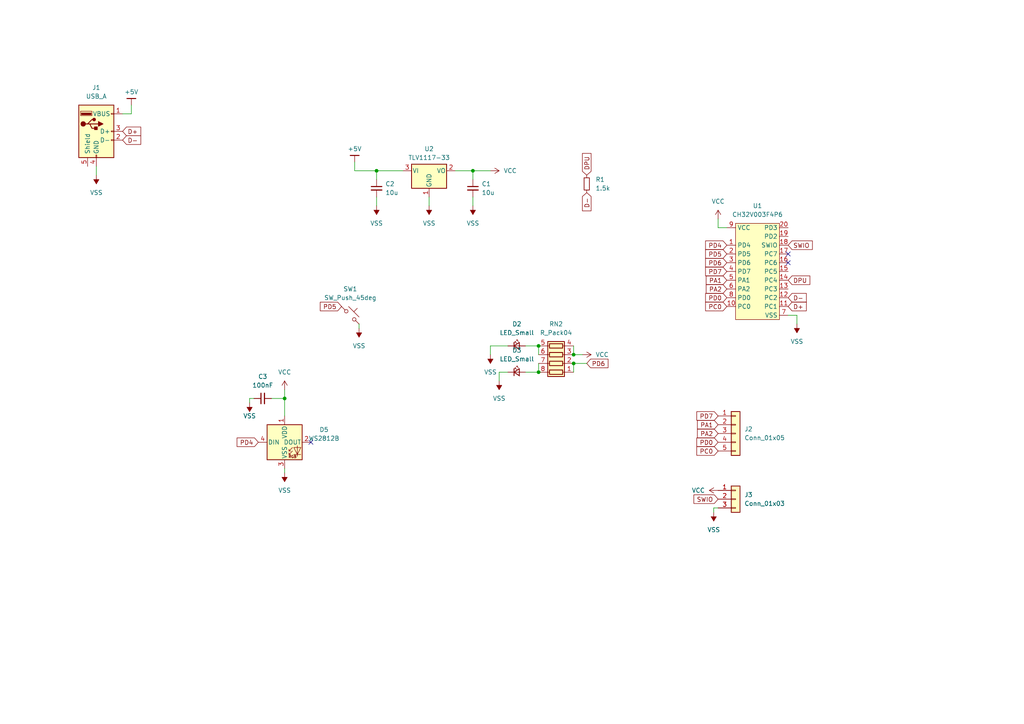
<source format=kicad_sch>
(kicad_sch
	(version 20231120)
	(generator "eeschema")
	(generator_version "8.0")
	(uuid "4e70b831-107e-4f93-8316-6a56583a657f")
	(paper "A4")
	(lib_symbols
		(symbol "Connector:USB_A"
			(pin_names
				(offset 1.016)
			)
			(exclude_from_sim no)
			(in_bom yes)
			(on_board yes)
			(property "Reference" "J"
				(at -5.08 11.43 0)
				(effects
					(font
						(size 1.27 1.27)
					)
					(justify left)
				)
			)
			(property "Value" "USB_A"
				(at -5.08 8.89 0)
				(effects
					(font
						(size 1.27 1.27)
					)
					(justify left)
				)
			)
			(property "Footprint" ""
				(at 3.81 -1.27 0)
				(effects
					(font
						(size 1.27 1.27)
					)
					(hide yes)
				)
			)
			(property "Datasheet" " ~"
				(at 3.81 -1.27 0)
				(effects
					(font
						(size 1.27 1.27)
					)
					(hide yes)
				)
			)
			(property "Description" "USB Type A connector"
				(at 0 0 0)
				(effects
					(font
						(size 1.27 1.27)
					)
					(hide yes)
				)
			)
			(property "ki_keywords" "connector USB"
				(at 0 0 0)
				(effects
					(font
						(size 1.27 1.27)
					)
					(hide yes)
				)
			)
			(property "ki_fp_filters" "USB*"
				(at 0 0 0)
				(effects
					(font
						(size 1.27 1.27)
					)
					(hide yes)
				)
			)
			(symbol "USB_A_0_1"
				(rectangle
					(start -5.08 -7.62)
					(end 5.08 7.62)
					(stroke
						(width 0.254)
						(type default)
					)
					(fill
						(type background)
					)
				)
				(circle
					(center -3.81 2.159)
					(radius 0.635)
					(stroke
						(width 0.254)
						(type default)
					)
					(fill
						(type outline)
					)
				)
				(rectangle
					(start -1.524 4.826)
					(end -4.318 5.334)
					(stroke
						(width 0)
						(type default)
					)
					(fill
						(type outline)
					)
				)
				(rectangle
					(start -1.27 4.572)
					(end -4.572 5.842)
					(stroke
						(width 0)
						(type default)
					)
					(fill
						(type none)
					)
				)
				(circle
					(center -0.635 3.429)
					(radius 0.381)
					(stroke
						(width 0.254)
						(type default)
					)
					(fill
						(type outline)
					)
				)
				(rectangle
					(start -0.127 -7.62)
					(end 0.127 -6.858)
					(stroke
						(width 0)
						(type default)
					)
					(fill
						(type none)
					)
				)
				(polyline
					(pts
						(xy -3.175 2.159) (xy -2.54 2.159) (xy -1.27 3.429) (xy -0.635 3.429)
					)
					(stroke
						(width 0.254)
						(type default)
					)
					(fill
						(type none)
					)
				)
				(polyline
					(pts
						(xy -2.54 2.159) (xy -1.905 2.159) (xy -1.27 0.889) (xy 0 0.889)
					)
					(stroke
						(width 0.254)
						(type default)
					)
					(fill
						(type none)
					)
				)
				(polyline
					(pts
						(xy 0.635 2.794) (xy 0.635 1.524) (xy 1.905 2.159) (xy 0.635 2.794)
					)
					(stroke
						(width 0.254)
						(type default)
					)
					(fill
						(type outline)
					)
				)
				(rectangle
					(start 0.254 1.27)
					(end -0.508 0.508)
					(stroke
						(width 0.254)
						(type default)
					)
					(fill
						(type outline)
					)
				)
				(rectangle
					(start 5.08 -2.667)
					(end 4.318 -2.413)
					(stroke
						(width 0)
						(type default)
					)
					(fill
						(type none)
					)
				)
				(rectangle
					(start 5.08 -0.127)
					(end 4.318 0.127)
					(stroke
						(width 0)
						(type default)
					)
					(fill
						(type none)
					)
				)
				(rectangle
					(start 5.08 4.953)
					(end 4.318 5.207)
					(stroke
						(width 0)
						(type default)
					)
					(fill
						(type none)
					)
				)
			)
			(symbol "USB_A_1_1"
				(polyline
					(pts
						(xy -1.905 2.159) (xy 0.635 2.159)
					)
					(stroke
						(width 0.254)
						(type default)
					)
					(fill
						(type none)
					)
				)
				(pin power_in line
					(at 7.62 5.08 180)
					(length 2.54)
					(name "VBUS"
						(effects
							(font
								(size 1.27 1.27)
							)
						)
					)
					(number "1"
						(effects
							(font
								(size 1.27 1.27)
							)
						)
					)
				)
				(pin bidirectional line
					(at 7.62 -2.54 180)
					(length 2.54)
					(name "D-"
						(effects
							(font
								(size 1.27 1.27)
							)
						)
					)
					(number "2"
						(effects
							(font
								(size 1.27 1.27)
							)
						)
					)
				)
				(pin bidirectional line
					(at 7.62 0 180)
					(length 2.54)
					(name "D+"
						(effects
							(font
								(size 1.27 1.27)
							)
						)
					)
					(number "3"
						(effects
							(font
								(size 1.27 1.27)
							)
						)
					)
				)
				(pin power_in line
					(at 0 -10.16 90)
					(length 2.54)
					(name "GND"
						(effects
							(font
								(size 1.27 1.27)
							)
						)
					)
					(number "4"
						(effects
							(font
								(size 1.27 1.27)
							)
						)
					)
				)
				(pin passive line
					(at -2.54 -10.16 90)
					(length 2.54)
					(name "Shield"
						(effects
							(font
								(size 1.27 1.27)
							)
						)
					)
					(number "5"
						(effects
							(font
								(size 1.27 1.27)
							)
						)
					)
				)
			)
		)
		(symbol "Connector_Generic:Conn_01x03"
			(pin_names
				(offset 1.016) hide)
			(exclude_from_sim no)
			(in_bom yes)
			(on_board yes)
			(property "Reference" "J"
				(at 0 5.08 0)
				(effects
					(font
						(size 1.27 1.27)
					)
				)
			)
			(property "Value" "Conn_01x03"
				(at 0 -5.08 0)
				(effects
					(font
						(size 1.27 1.27)
					)
				)
			)
			(property "Footprint" ""
				(at 0 0 0)
				(effects
					(font
						(size 1.27 1.27)
					)
					(hide yes)
				)
			)
			(property "Datasheet" "~"
				(at 0 0 0)
				(effects
					(font
						(size 1.27 1.27)
					)
					(hide yes)
				)
			)
			(property "Description" "Generic connector, single row, 01x03, script generated (kicad-library-utils/schlib/autogen/connector/)"
				(at 0 0 0)
				(effects
					(font
						(size 1.27 1.27)
					)
					(hide yes)
				)
			)
			(property "ki_keywords" "connector"
				(at 0 0 0)
				(effects
					(font
						(size 1.27 1.27)
					)
					(hide yes)
				)
			)
			(property "ki_fp_filters" "Connector*:*_1x??_*"
				(at 0 0 0)
				(effects
					(font
						(size 1.27 1.27)
					)
					(hide yes)
				)
			)
			(symbol "Conn_01x03_1_1"
				(rectangle
					(start -1.27 -2.413)
					(end 0 -2.667)
					(stroke
						(width 0.1524)
						(type default)
					)
					(fill
						(type none)
					)
				)
				(rectangle
					(start -1.27 0.127)
					(end 0 -0.127)
					(stroke
						(width 0.1524)
						(type default)
					)
					(fill
						(type none)
					)
				)
				(rectangle
					(start -1.27 2.667)
					(end 0 2.413)
					(stroke
						(width 0.1524)
						(type default)
					)
					(fill
						(type none)
					)
				)
				(rectangle
					(start -1.27 3.81)
					(end 1.27 -3.81)
					(stroke
						(width 0.254)
						(type default)
					)
					(fill
						(type background)
					)
				)
				(pin passive line
					(at -5.08 2.54 0)
					(length 3.81)
					(name "Pin_1"
						(effects
							(font
								(size 1.27 1.27)
							)
						)
					)
					(number "1"
						(effects
							(font
								(size 1.27 1.27)
							)
						)
					)
				)
				(pin passive line
					(at -5.08 0 0)
					(length 3.81)
					(name "Pin_2"
						(effects
							(font
								(size 1.27 1.27)
							)
						)
					)
					(number "2"
						(effects
							(font
								(size 1.27 1.27)
							)
						)
					)
				)
				(pin passive line
					(at -5.08 -2.54 0)
					(length 3.81)
					(name "Pin_3"
						(effects
							(font
								(size 1.27 1.27)
							)
						)
					)
					(number "3"
						(effects
							(font
								(size 1.27 1.27)
							)
						)
					)
				)
			)
		)
		(symbol "Connector_Generic:Conn_01x05"
			(pin_names
				(offset 1.016) hide)
			(exclude_from_sim no)
			(in_bom yes)
			(on_board yes)
			(property "Reference" "J"
				(at 0 7.62 0)
				(effects
					(font
						(size 1.27 1.27)
					)
				)
			)
			(property "Value" "Conn_01x05"
				(at 0 -7.62 0)
				(effects
					(font
						(size 1.27 1.27)
					)
				)
			)
			(property "Footprint" ""
				(at 0 0 0)
				(effects
					(font
						(size 1.27 1.27)
					)
					(hide yes)
				)
			)
			(property "Datasheet" "~"
				(at 0 0 0)
				(effects
					(font
						(size 1.27 1.27)
					)
					(hide yes)
				)
			)
			(property "Description" "Generic connector, single row, 01x05, script generated (kicad-library-utils/schlib/autogen/connector/)"
				(at 0 0 0)
				(effects
					(font
						(size 1.27 1.27)
					)
					(hide yes)
				)
			)
			(property "ki_keywords" "connector"
				(at 0 0 0)
				(effects
					(font
						(size 1.27 1.27)
					)
					(hide yes)
				)
			)
			(property "ki_fp_filters" "Connector*:*_1x??_*"
				(at 0 0 0)
				(effects
					(font
						(size 1.27 1.27)
					)
					(hide yes)
				)
			)
			(symbol "Conn_01x05_1_1"
				(rectangle
					(start -1.27 -4.953)
					(end 0 -5.207)
					(stroke
						(width 0.1524)
						(type default)
					)
					(fill
						(type none)
					)
				)
				(rectangle
					(start -1.27 -2.413)
					(end 0 -2.667)
					(stroke
						(width 0.1524)
						(type default)
					)
					(fill
						(type none)
					)
				)
				(rectangle
					(start -1.27 0.127)
					(end 0 -0.127)
					(stroke
						(width 0.1524)
						(type default)
					)
					(fill
						(type none)
					)
				)
				(rectangle
					(start -1.27 2.667)
					(end 0 2.413)
					(stroke
						(width 0.1524)
						(type default)
					)
					(fill
						(type none)
					)
				)
				(rectangle
					(start -1.27 5.207)
					(end 0 4.953)
					(stroke
						(width 0.1524)
						(type default)
					)
					(fill
						(type none)
					)
				)
				(rectangle
					(start -1.27 6.35)
					(end 1.27 -6.35)
					(stroke
						(width 0.254)
						(type default)
					)
					(fill
						(type background)
					)
				)
				(pin passive line
					(at -5.08 5.08 0)
					(length 3.81)
					(name "Pin_1"
						(effects
							(font
								(size 1.27 1.27)
							)
						)
					)
					(number "1"
						(effects
							(font
								(size 1.27 1.27)
							)
						)
					)
				)
				(pin passive line
					(at -5.08 2.54 0)
					(length 3.81)
					(name "Pin_2"
						(effects
							(font
								(size 1.27 1.27)
							)
						)
					)
					(number "2"
						(effects
							(font
								(size 1.27 1.27)
							)
						)
					)
				)
				(pin passive line
					(at -5.08 0 0)
					(length 3.81)
					(name "Pin_3"
						(effects
							(font
								(size 1.27 1.27)
							)
						)
					)
					(number "3"
						(effects
							(font
								(size 1.27 1.27)
							)
						)
					)
				)
				(pin passive line
					(at -5.08 -2.54 0)
					(length 3.81)
					(name "Pin_4"
						(effects
							(font
								(size 1.27 1.27)
							)
						)
					)
					(number "4"
						(effects
							(font
								(size 1.27 1.27)
							)
						)
					)
				)
				(pin passive line
					(at -5.08 -5.08 0)
					(length 3.81)
					(name "Pin_5"
						(effects
							(font
								(size 1.27 1.27)
							)
						)
					)
					(number "5"
						(effects
							(font
								(size 1.27 1.27)
							)
						)
					)
				)
			)
		)
		(symbol "Device:C_Small"
			(pin_numbers hide)
			(pin_names
				(offset 0.254) hide)
			(exclude_from_sim no)
			(in_bom yes)
			(on_board yes)
			(property "Reference" "C"
				(at 0.254 1.778 0)
				(effects
					(font
						(size 1.27 1.27)
					)
					(justify left)
				)
			)
			(property "Value" "C_Small"
				(at 0.254 -2.032 0)
				(effects
					(font
						(size 1.27 1.27)
					)
					(justify left)
				)
			)
			(property "Footprint" ""
				(at 0 0 0)
				(effects
					(font
						(size 1.27 1.27)
					)
					(hide yes)
				)
			)
			(property "Datasheet" "~"
				(at 0 0 0)
				(effects
					(font
						(size 1.27 1.27)
					)
					(hide yes)
				)
			)
			(property "Description" "Unpolarized capacitor, small symbol"
				(at 0 0 0)
				(effects
					(font
						(size 1.27 1.27)
					)
					(hide yes)
				)
			)
			(property "ki_keywords" "capacitor cap"
				(at 0 0 0)
				(effects
					(font
						(size 1.27 1.27)
					)
					(hide yes)
				)
			)
			(property "ki_fp_filters" "C_*"
				(at 0 0 0)
				(effects
					(font
						(size 1.27 1.27)
					)
					(hide yes)
				)
			)
			(symbol "C_Small_0_1"
				(polyline
					(pts
						(xy -1.524 -0.508) (xy 1.524 -0.508)
					)
					(stroke
						(width 0.3302)
						(type default)
					)
					(fill
						(type none)
					)
				)
				(polyline
					(pts
						(xy -1.524 0.508) (xy 1.524 0.508)
					)
					(stroke
						(width 0.3048)
						(type default)
					)
					(fill
						(type none)
					)
				)
			)
			(symbol "C_Small_1_1"
				(pin passive line
					(at 0 2.54 270)
					(length 2.032)
					(name "~"
						(effects
							(font
								(size 1.27 1.27)
							)
						)
					)
					(number "1"
						(effects
							(font
								(size 1.27 1.27)
							)
						)
					)
				)
				(pin passive line
					(at 0 -2.54 90)
					(length 2.032)
					(name "~"
						(effects
							(font
								(size 1.27 1.27)
							)
						)
					)
					(number "2"
						(effects
							(font
								(size 1.27 1.27)
							)
						)
					)
				)
			)
		)
		(symbol "Device:LED_Small"
			(pin_numbers hide)
			(pin_names
				(offset 0.254) hide)
			(exclude_from_sim no)
			(in_bom yes)
			(on_board yes)
			(property "Reference" "D"
				(at -1.27 3.175 0)
				(effects
					(font
						(size 1.27 1.27)
					)
					(justify left)
				)
			)
			(property "Value" "LED_Small"
				(at -4.445 -2.54 0)
				(effects
					(font
						(size 1.27 1.27)
					)
					(justify left)
				)
			)
			(property "Footprint" ""
				(at 0 0 90)
				(effects
					(font
						(size 1.27 1.27)
					)
					(hide yes)
				)
			)
			(property "Datasheet" "~"
				(at 0 0 90)
				(effects
					(font
						(size 1.27 1.27)
					)
					(hide yes)
				)
			)
			(property "Description" "Light emitting diode, small symbol"
				(at 0 0 0)
				(effects
					(font
						(size 1.27 1.27)
					)
					(hide yes)
				)
			)
			(property "ki_keywords" "LED diode light-emitting-diode"
				(at 0 0 0)
				(effects
					(font
						(size 1.27 1.27)
					)
					(hide yes)
				)
			)
			(property "ki_fp_filters" "LED* LED_SMD:* LED_THT:*"
				(at 0 0 0)
				(effects
					(font
						(size 1.27 1.27)
					)
					(hide yes)
				)
			)
			(symbol "LED_Small_0_1"
				(polyline
					(pts
						(xy -0.762 -1.016) (xy -0.762 1.016)
					)
					(stroke
						(width 0.254)
						(type default)
					)
					(fill
						(type none)
					)
				)
				(polyline
					(pts
						(xy 1.016 0) (xy -0.762 0)
					)
					(stroke
						(width 0)
						(type default)
					)
					(fill
						(type none)
					)
				)
				(polyline
					(pts
						(xy 0.762 -1.016) (xy -0.762 0) (xy 0.762 1.016) (xy 0.762 -1.016)
					)
					(stroke
						(width 0.254)
						(type default)
					)
					(fill
						(type none)
					)
				)
				(polyline
					(pts
						(xy 0 0.762) (xy -0.508 1.27) (xy -0.254 1.27) (xy -0.508 1.27) (xy -0.508 1.016)
					)
					(stroke
						(width 0)
						(type default)
					)
					(fill
						(type none)
					)
				)
				(polyline
					(pts
						(xy 0.508 1.27) (xy 0 1.778) (xy 0.254 1.778) (xy 0 1.778) (xy 0 1.524)
					)
					(stroke
						(width 0)
						(type default)
					)
					(fill
						(type none)
					)
				)
			)
			(symbol "LED_Small_1_1"
				(pin passive line
					(at -2.54 0 0)
					(length 1.778)
					(name "K"
						(effects
							(font
								(size 1.27 1.27)
							)
						)
					)
					(number "1"
						(effects
							(font
								(size 1.27 1.27)
							)
						)
					)
				)
				(pin passive line
					(at 2.54 0 180)
					(length 1.778)
					(name "A"
						(effects
							(font
								(size 1.27 1.27)
							)
						)
					)
					(number "2"
						(effects
							(font
								(size 1.27 1.27)
							)
						)
					)
				)
			)
		)
		(symbol "Device:R_Pack04"
			(pin_names
				(offset 0) hide)
			(exclude_from_sim no)
			(in_bom yes)
			(on_board yes)
			(property "Reference" "RN"
				(at -7.62 0 90)
				(effects
					(font
						(size 1.27 1.27)
					)
				)
			)
			(property "Value" "R_Pack04"
				(at 5.08 0 90)
				(effects
					(font
						(size 1.27 1.27)
					)
				)
			)
			(property "Footprint" ""
				(at 6.985 0 90)
				(effects
					(font
						(size 1.27 1.27)
					)
					(hide yes)
				)
			)
			(property "Datasheet" "~"
				(at 0 0 0)
				(effects
					(font
						(size 1.27 1.27)
					)
					(hide yes)
				)
			)
			(property "Description" "4 resistor network, parallel topology"
				(at 0 0 0)
				(effects
					(font
						(size 1.27 1.27)
					)
					(hide yes)
				)
			)
			(property "ki_keywords" "R network parallel topology isolated"
				(at 0 0 0)
				(effects
					(font
						(size 1.27 1.27)
					)
					(hide yes)
				)
			)
			(property "ki_fp_filters" "DIP* SOIC* R*Array*Concave* R*Array*Convex*"
				(at 0 0 0)
				(effects
					(font
						(size 1.27 1.27)
					)
					(hide yes)
				)
			)
			(symbol "R_Pack04_0_1"
				(rectangle
					(start -6.35 -2.413)
					(end 3.81 2.413)
					(stroke
						(width 0.254)
						(type default)
					)
					(fill
						(type background)
					)
				)
				(rectangle
					(start -5.715 1.905)
					(end -4.445 -1.905)
					(stroke
						(width 0.254)
						(type default)
					)
					(fill
						(type none)
					)
				)
				(rectangle
					(start -3.175 1.905)
					(end -1.905 -1.905)
					(stroke
						(width 0.254)
						(type default)
					)
					(fill
						(type none)
					)
				)
				(rectangle
					(start -0.635 1.905)
					(end 0.635 -1.905)
					(stroke
						(width 0.254)
						(type default)
					)
					(fill
						(type none)
					)
				)
				(polyline
					(pts
						(xy -5.08 -2.54) (xy -5.08 -1.905)
					)
					(stroke
						(width 0)
						(type default)
					)
					(fill
						(type none)
					)
				)
				(polyline
					(pts
						(xy -5.08 1.905) (xy -5.08 2.54)
					)
					(stroke
						(width 0)
						(type default)
					)
					(fill
						(type none)
					)
				)
				(polyline
					(pts
						(xy -2.54 -2.54) (xy -2.54 -1.905)
					)
					(stroke
						(width 0)
						(type default)
					)
					(fill
						(type none)
					)
				)
				(polyline
					(pts
						(xy -2.54 1.905) (xy -2.54 2.54)
					)
					(stroke
						(width 0)
						(type default)
					)
					(fill
						(type none)
					)
				)
				(polyline
					(pts
						(xy 0 -2.54) (xy 0 -1.905)
					)
					(stroke
						(width 0)
						(type default)
					)
					(fill
						(type none)
					)
				)
				(polyline
					(pts
						(xy 0 1.905) (xy 0 2.54)
					)
					(stroke
						(width 0)
						(type default)
					)
					(fill
						(type none)
					)
				)
				(polyline
					(pts
						(xy 2.54 -2.54) (xy 2.54 -1.905)
					)
					(stroke
						(width 0)
						(type default)
					)
					(fill
						(type none)
					)
				)
				(polyline
					(pts
						(xy 2.54 1.905) (xy 2.54 2.54)
					)
					(stroke
						(width 0)
						(type default)
					)
					(fill
						(type none)
					)
				)
				(rectangle
					(start 1.905 1.905)
					(end 3.175 -1.905)
					(stroke
						(width 0.254)
						(type default)
					)
					(fill
						(type none)
					)
				)
			)
			(symbol "R_Pack04_1_1"
				(pin passive line
					(at -5.08 -5.08 90)
					(length 2.54)
					(name "R1.1"
						(effects
							(font
								(size 1.27 1.27)
							)
						)
					)
					(number "1"
						(effects
							(font
								(size 1.27 1.27)
							)
						)
					)
				)
				(pin passive line
					(at -2.54 -5.08 90)
					(length 2.54)
					(name "R2.1"
						(effects
							(font
								(size 1.27 1.27)
							)
						)
					)
					(number "2"
						(effects
							(font
								(size 1.27 1.27)
							)
						)
					)
				)
				(pin passive line
					(at 0 -5.08 90)
					(length 2.54)
					(name "R3.1"
						(effects
							(font
								(size 1.27 1.27)
							)
						)
					)
					(number "3"
						(effects
							(font
								(size 1.27 1.27)
							)
						)
					)
				)
				(pin passive line
					(at 2.54 -5.08 90)
					(length 2.54)
					(name "R4.1"
						(effects
							(font
								(size 1.27 1.27)
							)
						)
					)
					(number "4"
						(effects
							(font
								(size 1.27 1.27)
							)
						)
					)
				)
				(pin passive line
					(at 2.54 5.08 270)
					(length 2.54)
					(name "R4.2"
						(effects
							(font
								(size 1.27 1.27)
							)
						)
					)
					(number "5"
						(effects
							(font
								(size 1.27 1.27)
							)
						)
					)
				)
				(pin passive line
					(at 0 5.08 270)
					(length 2.54)
					(name "R3.2"
						(effects
							(font
								(size 1.27 1.27)
							)
						)
					)
					(number "6"
						(effects
							(font
								(size 1.27 1.27)
							)
						)
					)
				)
				(pin passive line
					(at -2.54 5.08 270)
					(length 2.54)
					(name "R2.2"
						(effects
							(font
								(size 1.27 1.27)
							)
						)
					)
					(number "7"
						(effects
							(font
								(size 1.27 1.27)
							)
						)
					)
				)
				(pin passive line
					(at -5.08 5.08 270)
					(length 2.54)
					(name "R1.2"
						(effects
							(font
								(size 1.27 1.27)
							)
						)
					)
					(number "8"
						(effects
							(font
								(size 1.27 1.27)
							)
						)
					)
				)
			)
		)
		(symbol "Device:R_Small"
			(pin_numbers hide)
			(pin_names
				(offset 0.254) hide)
			(exclude_from_sim no)
			(in_bom yes)
			(on_board yes)
			(property "Reference" "R"
				(at 0.762 0.508 0)
				(effects
					(font
						(size 1.27 1.27)
					)
					(justify left)
				)
			)
			(property "Value" "R_Small"
				(at 0.762 -1.016 0)
				(effects
					(font
						(size 1.27 1.27)
					)
					(justify left)
				)
			)
			(property "Footprint" ""
				(at 0 0 0)
				(effects
					(font
						(size 1.27 1.27)
					)
					(hide yes)
				)
			)
			(property "Datasheet" "~"
				(at 0 0 0)
				(effects
					(font
						(size 1.27 1.27)
					)
					(hide yes)
				)
			)
			(property "Description" "Resistor, small symbol"
				(at 0 0 0)
				(effects
					(font
						(size 1.27 1.27)
					)
					(hide yes)
				)
			)
			(property "ki_keywords" "R resistor"
				(at 0 0 0)
				(effects
					(font
						(size 1.27 1.27)
					)
					(hide yes)
				)
			)
			(property "ki_fp_filters" "R_*"
				(at 0 0 0)
				(effects
					(font
						(size 1.27 1.27)
					)
					(hide yes)
				)
			)
			(symbol "R_Small_0_1"
				(rectangle
					(start -0.762 1.778)
					(end 0.762 -1.778)
					(stroke
						(width 0.2032)
						(type default)
					)
					(fill
						(type none)
					)
				)
			)
			(symbol "R_Small_1_1"
				(pin passive line
					(at 0 2.54 270)
					(length 0.762)
					(name "~"
						(effects
							(font
								(size 1.27 1.27)
							)
						)
					)
					(number "1"
						(effects
							(font
								(size 1.27 1.27)
							)
						)
					)
				)
				(pin passive line
					(at 0 -2.54 90)
					(length 0.762)
					(name "~"
						(effects
							(font
								(size 1.27 1.27)
							)
						)
					)
					(number "2"
						(effects
							(font
								(size 1.27 1.27)
							)
						)
					)
				)
			)
		)
		(symbol "Regulator_Linear:TLV1117-33"
			(pin_names
				(offset 0.254)
			)
			(exclude_from_sim no)
			(in_bom yes)
			(on_board yes)
			(property "Reference" "U"
				(at -3.81 3.175 0)
				(effects
					(font
						(size 1.27 1.27)
					)
				)
			)
			(property "Value" "TLV1117-33"
				(at 0 3.175 0)
				(effects
					(font
						(size 1.27 1.27)
					)
					(justify left)
				)
			)
			(property "Footprint" ""
				(at 0 0 0)
				(effects
					(font
						(size 1.27 1.27)
					)
					(hide yes)
				)
			)
			(property "Datasheet" "http://www.ti.com/lit/ds/symlink/tlv1117.pdf"
				(at 0 0 0)
				(effects
					(font
						(size 1.27 1.27)
					)
					(hide yes)
				)
			)
			(property "Description" "800mA Low-Dropout Linear Regulator, 3.3V fixed output, TO-220/TO-252/TO-263/SOT-223"
				(at 0 0 0)
				(effects
					(font
						(size 1.27 1.27)
					)
					(hide yes)
				)
			)
			(property "ki_keywords" "linear regulator ldo fixed positive"
				(at 0 0 0)
				(effects
					(font
						(size 1.27 1.27)
					)
					(hide yes)
				)
			)
			(property "ki_fp_filters" "SOT?223* TO?263* TO?252* TO?220*"
				(at 0 0 0)
				(effects
					(font
						(size 1.27 1.27)
					)
					(hide yes)
				)
			)
			(symbol "TLV1117-33_0_1"
				(rectangle
					(start -5.08 -5.08)
					(end 5.08 1.905)
					(stroke
						(width 0.254)
						(type default)
					)
					(fill
						(type background)
					)
				)
			)
			(symbol "TLV1117-33_1_1"
				(pin power_in line
					(at 0 -7.62 90)
					(length 2.54)
					(name "GND"
						(effects
							(font
								(size 1.27 1.27)
							)
						)
					)
					(number "1"
						(effects
							(font
								(size 1.27 1.27)
							)
						)
					)
				)
				(pin power_out line
					(at 7.62 0 180)
					(length 2.54)
					(name "VO"
						(effects
							(font
								(size 1.27 1.27)
							)
						)
					)
					(number "2"
						(effects
							(font
								(size 1.27 1.27)
							)
						)
					)
				)
				(pin power_in line
					(at -7.62 0 0)
					(length 2.54)
					(name "VI"
						(effects
							(font
								(size 1.27 1.27)
							)
						)
					)
					(number "3"
						(effects
							(font
								(size 1.27 1.27)
							)
						)
					)
				)
			)
		)
		(symbol "Switch:SW_Push_45deg"
			(pin_numbers hide)
			(pin_names
				(offset 1.016) hide)
			(exclude_from_sim no)
			(in_bom yes)
			(on_board yes)
			(property "Reference" "SW"
				(at 3.048 1.016 0)
				(effects
					(font
						(size 1.27 1.27)
					)
					(justify left)
				)
			)
			(property "Value" "SW_Push_45deg"
				(at 0 -3.81 0)
				(effects
					(font
						(size 1.27 1.27)
					)
				)
			)
			(property "Footprint" ""
				(at 0 0 0)
				(effects
					(font
						(size 1.27 1.27)
					)
					(hide yes)
				)
			)
			(property "Datasheet" "~"
				(at 0 0 0)
				(effects
					(font
						(size 1.27 1.27)
					)
					(hide yes)
				)
			)
			(property "Description" "Push button switch, normally open, two pins, 45° tilted"
				(at 0 0 0)
				(effects
					(font
						(size 1.27 1.27)
					)
					(hide yes)
				)
			)
			(property "ki_keywords" "switch normally-open pushbutton push-button"
				(at 0 0 0)
				(effects
					(font
						(size 1.27 1.27)
					)
					(hide yes)
				)
			)
			(symbol "SW_Push_45deg_0_1"
				(circle
					(center -1.1684 1.1684)
					(radius 0.508)
					(stroke
						(width 0)
						(type default)
					)
					(fill
						(type none)
					)
				)
				(polyline
					(pts
						(xy -0.508 2.54) (xy 2.54 -0.508)
					)
					(stroke
						(width 0)
						(type default)
					)
					(fill
						(type none)
					)
				)
				(polyline
					(pts
						(xy 1.016 1.016) (xy 2.032 2.032)
					)
					(stroke
						(width 0)
						(type default)
					)
					(fill
						(type none)
					)
				)
				(polyline
					(pts
						(xy -2.54 2.54) (xy -1.524 1.524) (xy -1.524 1.524)
					)
					(stroke
						(width 0)
						(type default)
					)
					(fill
						(type none)
					)
				)
				(polyline
					(pts
						(xy 1.524 -1.524) (xy 2.54 -2.54) (xy 2.54 -2.54) (xy 2.54 -2.54)
					)
					(stroke
						(width 0)
						(type default)
					)
					(fill
						(type none)
					)
				)
				(circle
					(center 1.143 -1.1938)
					(radius 0.508)
					(stroke
						(width 0)
						(type default)
					)
					(fill
						(type none)
					)
				)
				(pin passive line
					(at -2.54 2.54 0)
					(length 0)
					(name "1"
						(effects
							(font
								(size 1.27 1.27)
							)
						)
					)
					(number "1"
						(effects
							(font
								(size 1.27 1.27)
							)
						)
					)
				)
				(pin passive line
					(at 2.54 -2.54 180)
					(length 0)
					(name "2"
						(effects
							(font
								(size 1.27 1.27)
							)
						)
					)
					(number "2"
						(effects
							(font
								(size 1.27 1.27)
							)
						)
					)
				)
			)
		)
		(symbol "WCH:CH32V003F4P6"
			(exclude_from_sim no)
			(in_bom yes)
			(on_board yes)
			(property "Reference" "U"
				(at 5.08 -24.13 0)
				(effects
					(font
						(size 1.27 1.27)
					)
				)
			)
			(property "Value" "CH32V003F4P6"
				(at 0 6.35 0)
				(effects
					(font
						(size 1.27 1.27)
					)
				)
			)
			(property "Footprint" ""
				(at 0 0 0)
				(effects
					(font
						(size 1.27 1.27)
					)
					(hide yes)
				)
			)
			(property "Datasheet" ""
				(at 0 0 0)
				(effects
					(font
						(size 1.27 1.27)
					)
					(hide yes)
				)
			)
			(property "Description" ""
				(at 0 0 0)
				(effects
					(font
						(size 1.27 1.27)
					)
					(hide yes)
				)
			)
			(symbol "CH32V003F4P6_0_1"
				(rectangle
					(start -6.35 5.08)
					(end 6.35 -22.86)
					(stroke
						(width 0.1524)
						(type default)
					)
					(fill
						(type background)
					)
				)
			)
			(symbol "CH32V003F4P6_1_1"
				(pin input line
					(at -8.89 -1.27 0)
					(length 2.54)
					(name "PD4"
						(effects
							(font
								(size 1.27 1.27)
							)
						)
					)
					(number "1"
						(effects
							(font
								(size 1.27 1.27)
							)
						)
					)
				)
				(pin input line
					(at -8.89 -19.05 0)
					(length 2.54)
					(name "PC0"
						(effects
							(font
								(size 1.27 1.27)
							)
						)
					)
					(number "10"
						(effects
							(font
								(size 1.27 1.27)
							)
						)
					)
				)
				(pin input line
					(at 8.89 -19.05 180)
					(length 2.54)
					(name "PC1"
						(effects
							(font
								(size 1.27 1.27)
							)
						)
					)
					(number "11"
						(effects
							(font
								(size 1.27 1.27)
							)
						)
					)
				)
				(pin input line
					(at 8.89 -16.51 180)
					(length 2.54)
					(name "PC2"
						(effects
							(font
								(size 1.27 1.27)
							)
						)
					)
					(number "12"
						(effects
							(font
								(size 1.27 1.27)
							)
						)
					)
				)
				(pin input line
					(at 8.89 -13.97 180)
					(length 2.54)
					(name "PC3"
						(effects
							(font
								(size 1.27 1.27)
							)
						)
					)
					(number "13"
						(effects
							(font
								(size 1.27 1.27)
							)
						)
					)
				)
				(pin input line
					(at 8.89 -11.43 180)
					(length 2.54)
					(name "PC4"
						(effects
							(font
								(size 1.27 1.27)
							)
						)
					)
					(number "14"
						(effects
							(font
								(size 1.27 1.27)
							)
						)
					)
				)
				(pin input line
					(at 8.89 -8.89 180)
					(length 2.54)
					(name "PC5"
						(effects
							(font
								(size 1.27 1.27)
							)
						)
					)
					(number "15"
						(effects
							(font
								(size 1.27 1.27)
							)
						)
					)
				)
				(pin input line
					(at 8.89 -6.35 180)
					(length 2.54)
					(name "PC6"
						(effects
							(font
								(size 1.27 1.27)
							)
						)
					)
					(number "16"
						(effects
							(font
								(size 1.27 1.27)
							)
						)
					)
				)
				(pin input line
					(at 8.89 -3.81 180)
					(length 2.54)
					(name "PC7"
						(effects
							(font
								(size 1.27 1.27)
							)
						)
					)
					(number "17"
						(effects
							(font
								(size 1.27 1.27)
							)
						)
					)
				)
				(pin input line
					(at 8.89 -1.27 180)
					(length 2.54)
					(name "SWIO"
						(effects
							(font
								(size 1.27 1.27)
							)
						)
					)
					(number "18"
						(effects
							(font
								(size 1.27 1.27)
							)
						)
					)
				)
				(pin input line
					(at 8.89 1.27 180)
					(length 2.54)
					(name "PD2"
						(effects
							(font
								(size 1.27 1.27)
							)
						)
					)
					(number "19"
						(effects
							(font
								(size 1.27 1.27)
							)
						)
					)
				)
				(pin input line
					(at -8.89 -3.81 0)
					(length 2.54)
					(name "PD5"
						(effects
							(font
								(size 1.27 1.27)
							)
						)
					)
					(number "2"
						(effects
							(font
								(size 1.27 1.27)
							)
						)
					)
				)
				(pin input line
					(at 8.89 3.81 180)
					(length 2.54)
					(name "PD3"
						(effects
							(font
								(size 1.27 1.27)
							)
						)
					)
					(number "20"
						(effects
							(font
								(size 1.27 1.27)
							)
						)
					)
				)
				(pin input line
					(at -8.89 -6.35 0)
					(length 2.54)
					(name "PD6"
						(effects
							(font
								(size 1.27 1.27)
							)
						)
					)
					(number "3"
						(effects
							(font
								(size 1.27 1.27)
							)
						)
					)
				)
				(pin input line
					(at -8.89 -8.89 0)
					(length 2.54)
					(name "PD7"
						(effects
							(font
								(size 1.27 1.27)
							)
						)
					)
					(number "4"
						(effects
							(font
								(size 1.27 1.27)
							)
						)
					)
				)
				(pin input line
					(at -8.89 -11.43 0)
					(length 2.54)
					(name "PA1"
						(effects
							(font
								(size 1.27 1.27)
							)
						)
					)
					(number "5"
						(effects
							(font
								(size 1.27 1.27)
							)
						)
					)
				)
				(pin input line
					(at -8.89 -13.97 0)
					(length 2.54)
					(name "PA2"
						(effects
							(font
								(size 1.27 1.27)
							)
						)
					)
					(number "6"
						(effects
							(font
								(size 1.27 1.27)
							)
						)
					)
				)
				(pin input line
					(at 8.89 -21.59 180)
					(length 2.54)
					(name "VSS"
						(effects
							(font
								(size 1.27 1.27)
							)
						)
					)
					(number "7"
						(effects
							(font
								(size 1.27 1.27)
							)
						)
					)
				)
				(pin input line
					(at -8.89 -16.51 0)
					(length 2.54)
					(name "PD0"
						(effects
							(font
								(size 1.27 1.27)
							)
						)
					)
					(number "8"
						(effects
							(font
								(size 1.27 1.27)
							)
						)
					)
				)
				(pin input line
					(at -8.89 3.81 0)
					(length 2.54)
					(name "VCC"
						(effects
							(font
								(size 1.27 1.27)
							)
						)
					)
					(number "9"
						(effects
							(font
								(size 1.27 1.27)
							)
						)
					)
				)
			)
		)
		(symbol "WS2812B_1"
			(pin_names
				(offset 0.254)
			)
			(exclude_from_sim no)
			(in_bom yes)
			(on_board yes)
			(property "Reference" "D"
				(at 5.08 5.715 0)
				(effects
					(font
						(size 1.27 1.27)
					)
					(justify right bottom)
				)
			)
			(property "Value" "WS2812B"
				(at 1.27 -5.715 0)
				(effects
					(font
						(size 1.27 1.27)
					)
					(justify left top)
				)
			)
			(property "Footprint" "LED_SMD:LED_WS2812B_PLCC4_5.0x5.0mm_P3.2mm"
				(at 1.27 -7.62 0)
				(effects
					(font
						(size 1.27 1.27)
					)
					(justify left top)
					(hide yes)
				)
			)
			(property "Datasheet" "https://cdn-shop.adafruit.com/datasheets/WS2812B.pdf"
				(at 2.54 -9.525 0)
				(effects
					(font
						(size 1.27 1.27)
					)
					(justify left top)
					(hide yes)
				)
			)
			(property "Description" "RGB LED with integrated controller"
				(at 0 0 0)
				(effects
					(font
						(size 1.27 1.27)
					)
					(hide yes)
				)
			)
			(property "ki_keywords" "RGB LED NeoPixel addressable"
				(at 0 0 0)
				(effects
					(font
						(size 1.27 1.27)
					)
					(hide yes)
				)
			)
			(property "ki_fp_filters" "LED*WS2812*PLCC*5.0x5.0mm*P3.2mm*"
				(at 0 0 0)
				(effects
					(font
						(size 1.27 1.27)
					)
					(hide yes)
				)
			)
			(symbol "WS2812B_1_0_0"
				(text "RGB"
					(at 2.286 -4.191 0)
					(effects
						(font
							(size 0.762 0.762)
						)
					)
				)
			)
			(symbol "WS2812B_1_0_1"
				(polyline
					(pts
						(xy 1.27 -3.556) (xy 1.778 -3.556)
					)
					(stroke
						(width 0)
						(type default)
					)
					(fill
						(type none)
					)
				)
				(polyline
					(pts
						(xy 1.27 -2.54) (xy 1.778 -2.54)
					)
					(stroke
						(width 0)
						(type default)
					)
					(fill
						(type none)
					)
				)
				(polyline
					(pts
						(xy 4.699 -3.556) (xy 2.667 -3.556)
					)
					(stroke
						(width 0)
						(type default)
					)
					(fill
						(type none)
					)
				)
				(polyline
					(pts
						(xy 2.286 -2.54) (xy 1.27 -3.556) (xy 1.27 -3.048)
					)
					(stroke
						(width 0)
						(type default)
					)
					(fill
						(type none)
					)
				)
				(polyline
					(pts
						(xy 2.286 -1.524) (xy 1.27 -2.54) (xy 1.27 -2.032)
					)
					(stroke
						(width 0)
						(type default)
					)
					(fill
						(type none)
					)
				)
				(polyline
					(pts
						(xy 3.683 -1.016) (xy 3.683 -3.556) (xy 3.683 -4.064)
					)
					(stroke
						(width 0)
						(type default)
					)
					(fill
						(type none)
					)
				)
				(polyline
					(pts
						(xy 4.699 -1.524) (xy 2.667 -1.524) (xy 3.683 -3.556) (xy 4.699 -1.524)
					)
					(stroke
						(width 0)
						(type default)
					)
					(fill
						(type none)
					)
				)
				(rectangle
					(start 5.08 5.08)
					(end -5.08 -5.08)
					(stroke
						(width 0.254)
						(type default)
					)
					(fill
						(type background)
					)
				)
			)
			(symbol "WS2812B_1_1_1"
				(pin power_in line
					(at 0 7.62 270)
					(length 2.54)
					(name "VDD"
						(effects
							(font
								(size 1.27 1.27)
							)
						)
					)
					(number "1"
						(effects
							(font
								(size 1.27 1.27)
							)
						)
					)
				)
				(pin output line
					(at 7.62 0 180)
					(length 2.54)
					(name "DOUT"
						(effects
							(font
								(size 1.27 1.27)
							)
						)
					)
					(number "2"
						(effects
							(font
								(size 1.27 1.27)
							)
						)
					)
				)
				(pin power_in line
					(at 0 -7.62 90)
					(length 2.54)
					(name "VSS"
						(effects
							(font
								(size 1.27 1.27)
							)
						)
					)
					(number "3"
						(effects
							(font
								(size 1.27 1.27)
							)
						)
					)
				)
				(pin input line
					(at -7.62 0 0)
					(length 2.54)
					(name "DIN"
						(effects
							(font
								(size 1.27 1.27)
							)
						)
					)
					(number "4"
						(effects
							(font
								(size 1.27 1.27)
							)
						)
					)
				)
			)
		)
		(symbol "gkl_power:+5V"
			(power)
			(pin_names
				(offset 0)
			)
			(exclude_from_sim no)
			(in_bom yes)
			(on_board yes)
			(property "Reference" "#PWR"
				(at 0 -3.81 0)
				(effects
					(font
						(size 1.27 1.27)
					)
					(hide yes)
				)
			)
			(property "Value" "+5V"
				(at 0 3.175 0)
				(effects
					(font
						(size 1.27 1.27)
					)
				)
			)
			(property "Footprint" ""
				(at 0 0 0)
				(effects
					(font
						(size 1.27 1.27)
					)
					(hide yes)
				)
			)
			(property "Datasheet" ""
				(at 0 0 0)
				(effects
					(font
						(size 1.27 1.27)
					)
					(hide yes)
				)
			)
			(property "Description" ""
				(at 0 0 0)
				(effects
					(font
						(size 1.27 1.27)
					)
					(hide yes)
				)
			)
			(symbol "+5V_0_1"
				(polyline
					(pts
						(xy -1.27 1.905) (xy 1.27 1.905)
					)
					(stroke
						(width 0.3048)
						(type solid)
					)
					(fill
						(type none)
					)
				)
				(polyline
					(pts
						(xy 0 0) (xy 0 1.905)
					)
					(stroke
						(width 0)
						(type solid)
					)
					(fill
						(type none)
					)
				)
			)
			(symbol "+5V_1_1"
				(pin power_in line
					(at 0 0 90)
					(length 0) hide
					(name "+5V"
						(effects
							(font
								(size 1.27 1.27)
							)
						)
					)
					(number "1"
						(effects
							(font
								(size 1.27 1.27)
							)
						)
					)
				)
			)
		)
		(symbol "power:VCC"
			(power)
			(pin_names
				(offset 0)
			)
			(exclude_from_sim no)
			(in_bom yes)
			(on_board yes)
			(property "Reference" "#PWR"
				(at 0 -3.81 0)
				(effects
					(font
						(size 1.27 1.27)
					)
					(hide yes)
				)
			)
			(property "Value" "VCC"
				(at 0 3.81 0)
				(effects
					(font
						(size 1.27 1.27)
					)
				)
			)
			(property "Footprint" ""
				(at 0 0 0)
				(effects
					(font
						(size 1.27 1.27)
					)
					(hide yes)
				)
			)
			(property "Datasheet" ""
				(at 0 0 0)
				(effects
					(font
						(size 1.27 1.27)
					)
					(hide yes)
				)
			)
			(property "Description" "Power symbol creates a global label with name \"VCC\""
				(at 0 0 0)
				(effects
					(font
						(size 1.27 1.27)
					)
					(hide yes)
				)
			)
			(property "ki_keywords" "global power"
				(at 0 0 0)
				(effects
					(font
						(size 1.27 1.27)
					)
					(hide yes)
				)
			)
			(symbol "VCC_0_1"
				(polyline
					(pts
						(xy -0.762 1.27) (xy 0 2.54)
					)
					(stroke
						(width 0)
						(type default)
					)
					(fill
						(type none)
					)
				)
				(polyline
					(pts
						(xy 0 0) (xy 0 2.54)
					)
					(stroke
						(width 0)
						(type default)
					)
					(fill
						(type none)
					)
				)
				(polyline
					(pts
						(xy 0 2.54) (xy 0.762 1.27)
					)
					(stroke
						(width 0)
						(type default)
					)
					(fill
						(type none)
					)
				)
			)
			(symbol "VCC_1_1"
				(pin power_in line
					(at 0 0 90)
					(length 0) hide
					(name "VCC"
						(effects
							(font
								(size 1.27 1.27)
							)
						)
					)
					(number "1"
						(effects
							(font
								(size 1.27 1.27)
							)
						)
					)
				)
			)
		)
		(symbol "power:VSS"
			(power)
			(pin_names
				(offset 0)
			)
			(exclude_from_sim no)
			(in_bom yes)
			(on_board yes)
			(property "Reference" "#PWR"
				(at 0 -3.81 0)
				(effects
					(font
						(size 1.27 1.27)
					)
					(hide yes)
				)
			)
			(property "Value" "VSS"
				(at 0 3.81 0)
				(effects
					(font
						(size 1.27 1.27)
					)
				)
			)
			(property "Footprint" ""
				(at 0 0 0)
				(effects
					(font
						(size 1.27 1.27)
					)
					(hide yes)
				)
			)
			(property "Datasheet" ""
				(at 0 0 0)
				(effects
					(font
						(size 1.27 1.27)
					)
					(hide yes)
				)
			)
			(property "Description" "Power symbol creates a global label with name \"VSS\""
				(at 0 0 0)
				(effects
					(font
						(size 1.27 1.27)
					)
					(hide yes)
				)
			)
			(property "ki_keywords" "global power"
				(at 0 0 0)
				(effects
					(font
						(size 1.27 1.27)
					)
					(hide yes)
				)
			)
			(symbol "VSS_0_1"
				(polyline
					(pts
						(xy 0 0) (xy 0 2.54)
					)
					(stroke
						(width 0)
						(type default)
					)
					(fill
						(type none)
					)
				)
				(polyline
					(pts
						(xy 0.762 1.27) (xy -0.762 1.27) (xy 0 2.54) (xy 0.762 1.27)
					)
					(stroke
						(width 0)
						(type default)
					)
					(fill
						(type outline)
					)
				)
			)
			(symbol "VSS_1_1"
				(pin power_in line
					(at 0 0 90)
					(length 0) hide
					(name "VSS"
						(effects
							(font
								(size 1.27 1.27)
							)
						)
					)
					(number "1"
						(effects
							(font
								(size 1.27 1.27)
							)
						)
					)
				)
			)
		)
	)
	(junction
		(at 137.16 49.53)
		(diameter 0)
		(color 0 0 0 0)
		(uuid "2eed2b1d-1146-4b08-8174-8be02820787a")
	)
	(junction
		(at 156.21 100.33)
		(diameter 0)
		(color 0 0 0 0)
		(uuid "38bdea0f-7158-492e-b757-d87e7c587fce")
	)
	(junction
		(at 166.37 105.41)
		(diameter 0)
		(color 0 0 0 0)
		(uuid "4c76a74a-c0e9-4fe9-8df0-8474ba21082e")
	)
	(junction
		(at 166.37 102.87)
		(diameter 0)
		(color 0 0 0 0)
		(uuid "694c984a-e78b-4568-be32-fcd983e25ed1")
	)
	(junction
		(at 109.22 49.53)
		(diameter 0)
		(color 0 0 0 0)
		(uuid "6f94fd46-2436-4e32-b267-58e80a8cd090")
	)
	(junction
		(at 156.21 107.95)
		(diameter 0)
		(color 0 0 0 0)
		(uuid "7d587e37-b925-43ce-8a4e-63e4a8329ca1")
	)
	(junction
		(at 82.55 115.57)
		(diameter 0)
		(color 0 0 0 0)
		(uuid "f7cdc197-cb6f-47f6-9797-b6d98bde8852")
	)
	(no_connect
		(at 90.17 128.27)
		(uuid "04c49890-b3a0-4447-b487-f51c628dc617")
	)
	(no_connect
		(at 228.6 76.2)
		(uuid "3bed58d5-3696-4031-bee3-1f8614118645")
	)
	(no_connect
		(at 228.6 73.66)
		(uuid "ac3a7ca2-2af5-4268-a2da-e0ba19c1951e")
	)
	(wire
		(pts
			(xy 124.46 57.15) (xy 124.46 59.69)
		)
		(stroke
			(width 0)
			(type default)
		)
		(uuid "0b5508e9-ae13-4a63-973c-db900f9e30ce")
	)
	(wire
		(pts
			(xy 156.21 105.41) (xy 156.21 107.95)
		)
		(stroke
			(width 0)
			(type default)
		)
		(uuid "0d21a2ef-7791-410d-8de4-f7bff4d90678")
	)
	(wire
		(pts
			(xy 208.28 63.5) (xy 208.28 66.04)
		)
		(stroke
			(width 0)
			(type default)
		)
		(uuid "108dcca7-0cfb-4e74-8730-49844d618a7d")
	)
	(wire
		(pts
			(xy 144.78 110.49) (xy 144.78 107.95)
		)
		(stroke
			(width 0)
			(type default)
		)
		(uuid "12d98fc5-e6d8-4a70-a20e-9248c8e376fa")
	)
	(wire
		(pts
			(xy 35.56 33.02) (xy 38.1 33.02)
		)
		(stroke
			(width 0)
			(type default)
		)
		(uuid "17ac0250-6226-4b30-8c7f-8e8da401584d")
	)
	(wire
		(pts
			(xy 208.28 66.04) (xy 210.82 66.04)
		)
		(stroke
			(width 0)
			(type default)
		)
		(uuid "184fe60b-7dbf-423a-ac7d-515f44e31ab2")
	)
	(wire
		(pts
			(xy 132.08 49.53) (xy 137.16 49.53)
		)
		(stroke
			(width 0)
			(type default)
		)
		(uuid "21c75365-4d7e-486f-9b16-4f4beca703aa")
	)
	(wire
		(pts
			(xy 207.01 148.59) (xy 207.01 147.32)
		)
		(stroke
			(width 0)
			(type default)
		)
		(uuid "277a857e-221e-4e9e-abb0-27d3827cf6b8")
	)
	(wire
		(pts
			(xy 104.14 93.98) (xy 104.14 95.25)
		)
		(stroke
			(width 0)
			(type default)
		)
		(uuid "2add6bf8-04e6-453c-9532-f3c7107be0d1")
	)
	(wire
		(pts
			(xy 38.1 33.02) (xy 38.1 30.48)
		)
		(stroke
			(width 0)
			(type default)
		)
		(uuid "2e9394d6-29e6-4b9f-b1b0-25bca67fd874")
	)
	(wire
		(pts
			(xy 207.01 147.32) (xy 208.28 147.32)
		)
		(stroke
			(width 0)
			(type default)
		)
		(uuid "2efac95b-75ed-4fd0-97e4-801c9eeff49f")
	)
	(wire
		(pts
			(xy 82.55 113.03) (xy 82.55 115.57)
		)
		(stroke
			(width 0)
			(type default)
		)
		(uuid "3fda44c8-5ed1-46b0-8878-fb39da9b9ea3")
	)
	(wire
		(pts
			(xy 142.24 102.87) (xy 142.24 100.33)
		)
		(stroke
			(width 0)
			(type default)
		)
		(uuid "42fb12f9-feec-4418-8e60-e9f0c1bdc340")
	)
	(wire
		(pts
			(xy 109.22 49.53) (xy 109.22 52.07)
		)
		(stroke
			(width 0)
			(type default)
		)
		(uuid "44ac7016-7b92-4e2f-b3ec-3334e12a96cc")
	)
	(wire
		(pts
			(xy 102.87 46.99) (xy 102.87 49.53)
		)
		(stroke
			(width 0)
			(type default)
		)
		(uuid "44fc17f4-dd73-44b0-be4c-9d4b584ae55c")
	)
	(wire
		(pts
			(xy 231.14 91.44) (xy 228.6 91.44)
		)
		(stroke
			(width 0)
			(type default)
		)
		(uuid "4b6cd25c-7a5d-4487-bf53-54ef9b2f4e01")
	)
	(wire
		(pts
			(xy 144.78 107.95) (xy 147.32 107.95)
		)
		(stroke
			(width 0)
			(type default)
		)
		(uuid "55a2c850-b863-4f81-b511-0cf8ddee5fb0")
	)
	(wire
		(pts
			(xy 109.22 57.15) (xy 109.22 59.69)
		)
		(stroke
			(width 0)
			(type default)
		)
		(uuid "560064f0-fb1a-47d0-aa9c-c588de87e768")
	)
	(wire
		(pts
			(xy 166.37 105.41) (xy 166.37 107.95)
		)
		(stroke
			(width 0)
			(type default)
		)
		(uuid "563b1fe7-49dc-4fcf-bccd-e1c042d1c90e")
	)
	(wire
		(pts
			(xy 142.24 100.33) (xy 147.32 100.33)
		)
		(stroke
			(width 0)
			(type default)
		)
		(uuid "58fb143d-5b64-4418-bb62-5c5a59a79923")
	)
	(wire
		(pts
			(xy 72.39 116.84) (xy 72.39 115.57)
		)
		(stroke
			(width 0)
			(type default)
		)
		(uuid "5a81f0bc-3a5b-4784-89c2-9da4459ec1ad")
	)
	(wire
		(pts
			(xy 72.39 115.57) (xy 73.66 115.57)
		)
		(stroke
			(width 0)
			(type default)
		)
		(uuid "645eba2d-545f-414d-bdef-ea6daab32cdf")
	)
	(wire
		(pts
			(xy 137.16 49.53) (xy 137.16 52.07)
		)
		(stroke
			(width 0)
			(type default)
		)
		(uuid "7573e47b-0669-4019-907a-6bf9ca6cf1ab")
	)
	(wire
		(pts
			(xy 82.55 115.57) (xy 82.55 120.65)
		)
		(stroke
			(width 0)
			(type default)
		)
		(uuid "79028e62-937b-420b-bc1b-6e14396e26f5")
	)
	(wire
		(pts
			(xy 82.55 135.89) (xy 82.55 137.16)
		)
		(stroke
			(width 0)
			(type default)
		)
		(uuid "855c628f-9600-4ae8-83af-b97fb3fdfee0")
	)
	(wire
		(pts
			(xy 166.37 105.41) (xy 170.18 105.41)
		)
		(stroke
			(width 0)
			(type default)
		)
		(uuid "92b09b93-37eb-4b25-8900-3922126d6abd")
	)
	(wire
		(pts
			(xy 166.37 100.33) (xy 166.37 102.87)
		)
		(stroke
			(width 0)
			(type default)
		)
		(uuid "95bb4a91-4762-4162-8e56-994f58d260f9")
	)
	(wire
		(pts
			(xy 166.37 102.87) (xy 168.91 102.87)
		)
		(stroke
			(width 0)
			(type default)
		)
		(uuid "9f9aacf3-8f49-4db8-a1c4-022b16ca5a26")
	)
	(wire
		(pts
			(xy 109.22 49.53) (xy 116.84 49.53)
		)
		(stroke
			(width 0)
			(type default)
		)
		(uuid "a0379507-e7d4-4898-b238-1c766a867db6")
	)
	(wire
		(pts
			(xy 152.4 107.95) (xy 156.21 107.95)
		)
		(stroke
			(width 0)
			(type default)
		)
		(uuid "a2b3d251-1ed1-4338-a0f1-fd74f7543c70")
	)
	(wire
		(pts
			(xy 27.94 48.26) (xy 27.94 50.8)
		)
		(stroke
			(width 0)
			(type default)
		)
		(uuid "aa22fb8b-98dc-4f2d-bef1-171a78327ed2")
	)
	(wire
		(pts
			(xy 137.16 49.53) (xy 142.24 49.53)
		)
		(stroke
			(width 0)
			(type default)
		)
		(uuid "abd14f07-9022-499f-aea7-88a321fd4e00")
	)
	(wire
		(pts
			(xy 102.87 49.53) (xy 109.22 49.53)
		)
		(stroke
			(width 0)
			(type default)
		)
		(uuid "abd2fe43-0d26-4e13-9dd9-6ad4c44fffd6")
	)
	(wire
		(pts
			(xy 137.16 57.15) (xy 137.16 59.69)
		)
		(stroke
			(width 0)
			(type default)
		)
		(uuid "ad9736dd-7b50-4812-b60c-125ab0fe8add")
	)
	(wire
		(pts
			(xy 152.4 100.33) (xy 156.21 100.33)
		)
		(stroke
			(width 0)
			(type default)
		)
		(uuid "c00ae09e-528a-48ba-bcef-1d8ee48a88e7")
	)
	(wire
		(pts
			(xy 78.74 115.57) (xy 82.55 115.57)
		)
		(stroke
			(width 0)
			(type default)
		)
		(uuid "c8a2512c-d838-4a3b-bbba-50fd62a35ead")
	)
	(wire
		(pts
			(xy 231.14 93.98) (xy 231.14 91.44)
		)
		(stroke
			(width 0)
			(type default)
		)
		(uuid "d38e14bb-d3cf-40d9-a156-1d03521ec004")
	)
	(wire
		(pts
			(xy 156.21 100.33) (xy 156.21 102.87)
		)
		(stroke
			(width 0)
			(type default)
		)
		(uuid "ea64578a-0394-4fe7-a7c6-1c0ca5b1601f")
	)
	(global_label "SWIO"
		(shape input)
		(at 228.6 71.12 0)
		(fields_autoplaced yes)
		(effects
			(font
				(size 1.27 1.27)
			)
			(justify left)
		)
		(uuid "05850d44-9c72-4aaf-851b-90bcef274644")
		(property "Intersheetrefs" "${INTERSHEET_REFS}"
			(at 236.1814 71.12 0)
			(effects
				(font
					(size 1.27 1.27)
				)
				(justify left)
				(hide yes)
			)
		)
	)
	(global_label "PD6"
		(shape input)
		(at 170.18 105.41 0)
		(fields_autoplaced yes)
		(effects
			(font
				(size 1.27 1.27)
			)
			(justify left)
		)
		(uuid "1288c825-5172-45e9-838e-6d4028a098cb")
		(property "Intersheetrefs" "${INTERSHEET_REFS}"
			(at 176.9147 105.41 0)
			(effects
				(font
					(size 1.27 1.27)
				)
				(justify left)
				(hide yes)
			)
		)
	)
	(global_label "D+"
		(shape input)
		(at 228.6 88.9 0)
		(fields_autoplaced yes)
		(effects
			(font
				(size 1.27 1.27)
			)
			(justify left)
		)
		(uuid "2233e467-adfb-41fd-a568-bfd407f5ec72")
		(property "Intersheetrefs" "${INTERSHEET_REFS}"
			(at 234.4276 88.9 0)
			(effects
				(font
					(size 1.27 1.27)
				)
				(justify left)
				(hide yes)
			)
		)
	)
	(global_label "PD0"
		(shape input)
		(at 208.28 128.27 180)
		(fields_autoplaced yes)
		(effects
			(font
				(size 1.27 1.27)
			)
			(justify right)
		)
		(uuid "2fd8c28e-c05a-4679-9b8f-b5fc4af51f71")
		(property "Intersheetrefs" "${INTERSHEET_REFS}"
			(at 201.5453 128.27 0)
			(effects
				(font
					(size 1.27 1.27)
				)
				(justify right)
				(hide yes)
			)
		)
	)
	(global_label "PA2"
		(shape input)
		(at 210.82 83.82 180)
		(fields_autoplaced yes)
		(effects
			(font
				(size 1.27 1.27)
			)
			(justify right)
		)
		(uuid "3da27d92-9a8d-4324-94f7-d511fd0c9261")
		(property "Intersheetrefs" "${INTERSHEET_REFS}"
			(at 204.2667 83.82 0)
			(effects
				(font
					(size 1.27 1.27)
				)
				(justify right)
				(hide yes)
			)
		)
	)
	(global_label "PD4"
		(shape input)
		(at 210.82 71.12 180)
		(fields_autoplaced yes)
		(effects
			(font
				(size 1.27 1.27)
			)
			(justify right)
		)
		(uuid "405bdcb9-4676-46c9-9ec7-ed4fb1f3bb35")
		(property "Intersheetrefs" "${INTERSHEET_REFS}"
			(at 204.0853 71.12 0)
			(effects
				(font
					(size 1.27 1.27)
				)
				(justify right)
				(hide yes)
			)
		)
	)
	(global_label "SWIO"
		(shape input)
		(at 208.28 144.78 180)
		(fields_autoplaced yes)
		(effects
			(font
				(size 1.27 1.27)
			)
			(justify right)
		)
		(uuid "4286d2d5-baa4-4ce1-a6f8-b37d902df2ed")
		(property "Intersheetrefs" "${INTERSHEET_REFS}"
			(at 200.6986 144.78 0)
			(effects
				(font
					(size 1.27 1.27)
				)
				(justify right)
				(hide yes)
			)
		)
	)
	(global_label "PA2"
		(shape input)
		(at 208.28 125.73 180)
		(fields_autoplaced yes)
		(effects
			(font
				(size 1.27 1.27)
			)
			(justify right)
		)
		(uuid "54c059b8-1e20-47b6-9c77-14924bcc7dc6")
		(property "Intersheetrefs" "${INTERSHEET_REFS}"
			(at 201.7267 125.73 0)
			(effects
				(font
					(size 1.27 1.27)
				)
				(justify right)
				(hide yes)
			)
		)
	)
	(global_label "PC0"
		(shape input)
		(at 208.28 130.81 180)
		(fields_autoplaced yes)
		(effects
			(font
				(size 1.27 1.27)
			)
			(justify right)
		)
		(uuid "628b0178-fd59-4e15-b88d-35680b2462b9")
		(property "Intersheetrefs" "${INTERSHEET_REFS}"
			(at 201.5453 130.81 0)
			(effects
				(font
					(size 1.27 1.27)
				)
				(justify right)
				(hide yes)
			)
		)
	)
	(global_label "D-"
		(shape input)
		(at 35.56 40.64 0)
		(fields_autoplaced yes)
		(effects
			(font
				(size 1.27 1.27)
			)
			(justify left)
		)
		(uuid "64aaa869-88fd-41e6-8010-7dc1081cad5c")
		(property "Intersheetrefs" "${INTERSHEET_REFS}"
			(at 41.3876 40.64 0)
			(effects
				(font
					(size 1.27 1.27)
				)
				(justify left)
				(hide yes)
			)
		)
	)
	(global_label "PD7"
		(shape input)
		(at 210.82 78.74 180)
		(fields_autoplaced yes)
		(effects
			(font
				(size 1.27 1.27)
			)
			(justify right)
		)
		(uuid "676fd7ee-d06c-493f-a168-7107486c682f")
		(property "Intersheetrefs" "${INTERSHEET_REFS}"
			(at 204.0853 78.74 0)
			(effects
				(font
					(size 1.27 1.27)
				)
				(justify right)
				(hide yes)
			)
		)
	)
	(global_label "DPU"
		(shape input)
		(at 170.18 50.8 90)
		(fields_autoplaced yes)
		(effects
			(font
				(size 1.27 1.27)
			)
			(justify left)
		)
		(uuid "70e0bac0-e832-4e85-a562-0a4fbdab912f")
		(property "Intersheetrefs" "${INTERSHEET_REFS}"
			(at 170.18 43.9443 90)
			(effects
				(font
					(size 1.27 1.27)
				)
				(justify left)
				(hide yes)
			)
		)
	)
	(global_label "PD0"
		(shape input)
		(at 210.82 86.36 180)
		(fields_autoplaced yes)
		(effects
			(font
				(size 1.27 1.27)
			)
			(justify right)
		)
		(uuid "98865aa6-a2de-4a0e-8e24-eca0f21a906c")
		(property "Intersheetrefs" "${INTERSHEET_REFS}"
			(at 204.0853 86.36 0)
			(effects
				(font
					(size 1.27 1.27)
				)
				(justify right)
				(hide yes)
			)
		)
	)
	(global_label "PA1"
		(shape input)
		(at 210.82 81.28 180)
		(fields_autoplaced yes)
		(effects
			(font
				(size 1.27 1.27)
			)
			(justify right)
		)
		(uuid "a61a8c6c-e869-45ae-b830-eca55cb57cad")
		(property "Intersheetrefs" "${INTERSHEET_REFS}"
			(at 204.2667 81.28 0)
			(effects
				(font
					(size 1.27 1.27)
				)
				(justify right)
				(hide yes)
			)
		)
	)
	(global_label "PD6"
		(shape input)
		(at 210.82 76.2 180)
		(fields_autoplaced yes)
		(effects
			(font
				(size 1.27 1.27)
			)
			(justify right)
		)
		(uuid "aeb33430-390c-4ea8-aa32-cb81e5472cce")
		(property "Intersheetrefs" "${INTERSHEET_REFS}"
			(at 204.0853 76.2 0)
			(effects
				(font
					(size 1.27 1.27)
				)
				(justify right)
				(hide yes)
			)
		)
	)
	(global_label "DPU"
		(shape input)
		(at 228.6 81.28 0)
		(fields_autoplaced yes)
		(effects
			(font
				(size 1.27 1.27)
			)
			(justify left)
		)
		(uuid "afb096ee-14b0-4910-bea0-99e71826dd0f")
		(property "Intersheetrefs" "${INTERSHEET_REFS}"
			(at 235.4557 81.28 0)
			(effects
				(font
					(size 1.27 1.27)
				)
				(justify left)
				(hide yes)
			)
		)
	)
	(global_label "PD4"
		(shape input)
		(at 74.93 128.27 180)
		(fields_autoplaced yes)
		(effects
			(font
				(size 1.27 1.27)
			)
			(justify right)
		)
		(uuid "b22960a6-4560-480f-86e8-d1110cf202d4")
		(property "Intersheetrefs" "${INTERSHEET_REFS}"
			(at 68.1953 128.27 0)
			(effects
				(font
					(size 1.27 1.27)
				)
				(justify right)
				(hide yes)
			)
		)
	)
	(global_label "D+"
		(shape input)
		(at 35.56 38.1 0)
		(fields_autoplaced yes)
		(effects
			(font
				(size 1.27 1.27)
			)
			(justify left)
		)
		(uuid "b7308e0f-1673-4924-8ff4-fd2ce8f89cd8")
		(property "Intersheetrefs" "${INTERSHEET_REFS}"
			(at 41.3876 38.1 0)
			(effects
				(font
					(size 1.27 1.27)
				)
				(justify left)
				(hide yes)
			)
		)
	)
	(global_label "PA1"
		(shape input)
		(at 208.28 123.19 180)
		(fields_autoplaced yes)
		(effects
			(font
				(size 1.27 1.27)
			)
			(justify right)
		)
		(uuid "bc7a3f84-81c8-4ba9-b869-2167674560ba")
		(property "Intersheetrefs" "${INTERSHEET_REFS}"
			(at 201.7267 123.19 0)
			(effects
				(font
					(size 1.27 1.27)
				)
				(justify right)
				(hide yes)
			)
		)
	)
	(global_label "D-"
		(shape input)
		(at 170.18 55.88 270)
		(fields_autoplaced yes)
		(effects
			(font
				(size 1.27 1.27)
			)
			(justify right)
		)
		(uuid "c9d12a5e-bba1-4b3a-b2d5-8d0dbd01b0b7")
		(property "Intersheetrefs" "${INTERSHEET_REFS}"
			(at 170.18 61.7076 90)
			(effects
				(font
					(size 1.27 1.27)
				)
				(justify right)
				(hide yes)
			)
		)
	)
	(global_label "PD5"
		(shape input)
		(at 99.06 88.9 180)
		(fields_autoplaced yes)
		(effects
			(font
				(size 1.27 1.27)
			)
			(justify right)
		)
		(uuid "ca350532-b15d-4233-ab57-63e99ed947b1")
		(property "Intersheetrefs" "${INTERSHEET_REFS}"
			(at 92.3253 88.9 0)
			(effects
				(font
					(size 1.27 1.27)
				)
				(justify right)
				(hide yes)
			)
		)
	)
	(global_label "D-"
		(shape input)
		(at 228.6 86.36 0)
		(fields_autoplaced yes)
		(effects
			(font
				(size 1.27 1.27)
			)
			(justify left)
		)
		(uuid "d4a4d8f9-45d1-4070-943b-0e831f93d358")
		(property "Intersheetrefs" "${INTERSHEET_REFS}"
			(at 234.4276 86.36 0)
			(effects
				(font
					(size 1.27 1.27)
				)
				(justify left)
				(hide yes)
			)
		)
	)
	(global_label "PD7"
		(shape input)
		(at 208.28 120.65 180)
		(fields_autoplaced yes)
		(effects
			(font
				(size 1.27 1.27)
			)
			(justify right)
		)
		(uuid "daa79b42-ee03-4f5c-bbd4-7d496a72bef8")
		(property "Intersheetrefs" "${INTERSHEET_REFS}"
			(at 201.5453 120.65 0)
			(effects
				(font
					(size 1.27 1.27)
				)
				(justify right)
				(hide yes)
			)
		)
	)
	(global_label "PD5"
		(shape input)
		(at 210.82 73.66 180)
		(fields_autoplaced yes)
		(effects
			(font
				(size 1.27 1.27)
			)
			(justify right)
		)
		(uuid "e08b503d-2d03-4cde-ac0e-ab0f5368d146")
		(property "Intersheetrefs" "${INTERSHEET_REFS}"
			(at 204.0853 73.66 0)
			(effects
				(font
					(size 1.27 1.27)
				)
				(justify right)
				(hide yes)
			)
		)
	)
	(global_label "PC0"
		(shape input)
		(at 210.82 88.9 180)
		(fields_autoplaced yes)
		(effects
			(font
				(size 1.27 1.27)
			)
			(justify right)
		)
		(uuid "f6489267-c233-4865-b62a-01e8c42d98fa")
		(property "Intersheetrefs" "${INTERSHEET_REFS}"
			(at 204.0853 88.9 0)
			(effects
				(font
					(size 1.27 1.27)
				)
				(justify right)
				(hide yes)
			)
		)
	)
	(symbol
		(lib_id "power:VSS")
		(at 207.01 148.59 180)
		(unit 1)
		(exclude_from_sim no)
		(in_bom yes)
		(on_board yes)
		(dnp no)
		(fields_autoplaced yes)
		(uuid "078b68ba-17d1-4669-bb81-12eb652f0a5d")
		(property "Reference" "#PWR010"
			(at 207.01 144.78 0)
			(effects
				(font
					(size 1.27 1.27)
				)
				(hide yes)
			)
		)
		(property "Value" "VSS"
			(at 207.01 153.67 0)
			(effects
				(font
					(size 1.27 1.27)
				)
			)
		)
		(property "Footprint" ""
			(at 207.01 148.59 0)
			(effects
				(font
					(size 1.27 1.27)
				)
				(hide yes)
			)
		)
		(property "Datasheet" ""
			(at 207.01 148.59 0)
			(effects
				(font
					(size 1.27 1.27)
				)
				(hide yes)
			)
		)
		(property "Description" ""
			(at 207.01 148.59 0)
			(effects
				(font
					(size 1.27 1.27)
				)
				(hide yes)
			)
		)
		(pin "1"
			(uuid "4796c16e-7723-424a-83cc-0f25066516c9")
		)
		(instances
			(project "Keeb"
				(path "/4e70b831-107e-4f93-8316-6a56583a657f"
					(reference "#PWR010")
					(unit 1)
				)
			)
		)
	)
	(symbol
		(lib_id "Device:C_Small")
		(at 137.16 54.61 0)
		(unit 1)
		(exclude_from_sim no)
		(in_bom yes)
		(on_board yes)
		(dnp no)
		(fields_autoplaced yes)
		(uuid "07dc3cd5-7056-4062-81c1-5e4379793157")
		(property "Reference" "C1"
			(at 139.7 53.3463 0)
			(effects
				(font
					(size 1.27 1.27)
				)
				(justify left)
			)
		)
		(property "Value" "10u"
			(at 139.7 55.8863 0)
			(effects
				(font
					(size 1.27 1.27)
				)
				(justify left)
			)
		)
		(property "Footprint" "Capacitor_SMD:C_0805_2012Metric"
			(at 137.16 54.61 0)
			(effects
				(font
					(size 1.27 1.27)
				)
				(hide yes)
			)
		)
		(property "Datasheet" "~"
			(at 137.16 54.61 0)
			(effects
				(font
					(size 1.27 1.27)
				)
				(hide yes)
			)
		)
		(property "Description" ""
			(at 137.16 54.61 0)
			(effects
				(font
					(size 1.27 1.27)
				)
				(hide yes)
			)
		)
		(pin "1"
			(uuid "c44f5c92-017b-4653-a75d-dfc15e90db1e")
		)
		(pin "2"
			(uuid "cc031eae-e72f-4514-a914-d6ed1cd671c8")
		)
		(instances
			(project "Keeb"
				(path "/4e70b831-107e-4f93-8316-6a56583a657f"
					(reference "C1")
					(unit 1)
				)
			)
		)
	)
	(symbol
		(lib_id "power:VCC")
		(at 168.91 102.87 270)
		(unit 1)
		(exclude_from_sim no)
		(in_bom yes)
		(on_board yes)
		(dnp no)
		(fields_autoplaced yes)
		(uuid "0e068514-99c5-4c54-bcbd-156f2dec0c0a")
		(property "Reference" "#PWR013"
			(at 165.1 102.87 0)
			(effects
				(font
					(size 1.27 1.27)
				)
				(hide yes)
			)
		)
		(property "Value" "VCC"
			(at 172.72 102.87 90)
			(effects
				(font
					(size 1.27 1.27)
				)
				(justify left)
			)
		)
		(property "Footprint" ""
			(at 168.91 102.87 0)
			(effects
				(font
					(size 1.27 1.27)
				)
				(hide yes)
			)
		)
		(property "Datasheet" ""
			(at 168.91 102.87 0)
			(effects
				(font
					(size 1.27 1.27)
				)
				(hide yes)
			)
		)
		(property "Description" ""
			(at 168.91 102.87 0)
			(effects
				(font
					(size 1.27 1.27)
				)
				(hide yes)
			)
		)
		(pin "1"
			(uuid "2f9d29cc-2bd5-4494-a1e4-bf0d120de4c6")
		)
		(instances
			(project "Keeb"
				(path "/4e70b831-107e-4f93-8316-6a56583a657f"
					(reference "#PWR013")
					(unit 1)
				)
			)
		)
	)
	(symbol
		(lib_name "WS2812B_1")
		(lib_id "LED:WS2812B")
		(at 82.55 128.27 0)
		(unit 1)
		(exclude_from_sim no)
		(in_bom yes)
		(on_board yes)
		(dnp no)
		(fields_autoplaced yes)
		(uuid "191526f1-3f11-40e6-896f-f93caebfcf75")
		(property "Reference" "D5"
			(at 93.98 124.6221 0)
			(effects
				(font
					(size 1.27 1.27)
				)
			)
		)
		(property "Value" "WS2812B"
			(at 93.98 127.1621 0)
			(effects
				(font
					(size 1.27 1.27)
				)
			)
		)
		(property "Footprint" "cafebabe:SK6812-E_Reverse"
			(at 83.82 135.89 0)
			(effects
				(font
					(size 1.27 1.27)
				)
				(justify left top)
				(hide yes)
			)
		)
		(property "Datasheet" "https://cdn-shop.adafruit.com/datasheets/WS2812B.pdf"
			(at 85.09 137.795 0)
			(effects
				(font
					(size 1.27 1.27)
				)
				(justify left top)
				(hide yes)
			)
		)
		(property "Description" ""
			(at 82.55 128.27 0)
			(effects
				(font
					(size 1.27 1.27)
				)
				(hide yes)
			)
		)
		(pin "1"
			(uuid "deada7a9-3b10-474f-a2ca-368f1df7ae40")
		)
		(pin "2"
			(uuid "aaa63dfc-5e97-4c42-b153-ef1b2061ff10")
		)
		(pin "3"
			(uuid "ed171b89-ed19-46ca-84d8-c129c63ea45c")
		)
		(pin "4"
			(uuid "ed5a6494-6c67-47ff-bfd3-e657a3e61d28")
		)
		(instances
			(project "Keeb"
				(path "/4e70b831-107e-4f93-8316-6a56583a657f"
					(reference "D5")
					(unit 1)
				)
			)
		)
	)
	(symbol
		(lib_id "Device:C_Small")
		(at 76.2 115.57 90)
		(unit 1)
		(exclude_from_sim no)
		(in_bom yes)
		(on_board yes)
		(dnp no)
		(fields_autoplaced yes)
		(uuid "20d8cc7c-4add-4d1c-9aa3-043c369c6e02")
		(property "Reference" "C3"
			(at 76.2063 109.22 90)
			(effects
				(font
					(size 1.27 1.27)
				)
			)
		)
		(property "Value" "100nF"
			(at 76.2063 111.76 90)
			(effects
				(font
					(size 1.27 1.27)
				)
			)
		)
		(property "Footprint" "Capacitor_SMD:C_0805_2012Metric"
			(at 76.2 115.57 0)
			(effects
				(font
					(size 1.27 1.27)
				)
				(hide yes)
			)
		)
		(property "Datasheet" "~"
			(at 76.2 115.57 0)
			(effects
				(font
					(size 1.27 1.27)
				)
				(hide yes)
			)
		)
		(property "Description" ""
			(at 76.2 115.57 0)
			(effects
				(font
					(size 1.27 1.27)
				)
				(hide yes)
			)
		)
		(pin "1"
			(uuid "86df77c9-dc4b-4c6e-b7e6-48e3db9697f4")
		)
		(pin "2"
			(uuid "fa44a41a-0c92-4bd9-9b58-dda44473d283")
		)
		(instances
			(project "Keeb"
				(path "/4e70b831-107e-4f93-8316-6a56583a657f"
					(reference "C3")
					(unit 1)
				)
			)
		)
	)
	(symbol
		(lib_id "power:VSS")
		(at 82.55 137.16 180)
		(unit 1)
		(exclude_from_sim no)
		(in_bom yes)
		(on_board yes)
		(dnp no)
		(fields_autoplaced yes)
		(uuid "2479f010-3455-40e2-8cc2-55594f54591f")
		(property "Reference" "#PWR033"
			(at 82.55 133.35 0)
			(effects
				(font
					(size 1.27 1.27)
				)
				(hide yes)
			)
		)
		(property "Value" "VSS"
			(at 82.55 142.24 0)
			(effects
				(font
					(size 1.27 1.27)
				)
			)
		)
		(property "Footprint" ""
			(at 82.55 137.16 0)
			(effects
				(font
					(size 1.27 1.27)
				)
				(hide yes)
			)
		)
		(property "Datasheet" ""
			(at 82.55 137.16 0)
			(effects
				(font
					(size 1.27 1.27)
				)
				(hide yes)
			)
		)
		(property "Description" ""
			(at 82.55 137.16 0)
			(effects
				(font
					(size 1.27 1.27)
				)
				(hide yes)
			)
		)
		(pin "1"
			(uuid "a013cbac-5c04-45dd-be60-6fe3e7fe8719")
		)
		(instances
			(project "Keeb"
				(path "/4e70b831-107e-4f93-8316-6a56583a657f"
					(reference "#PWR033")
					(unit 1)
				)
			)
		)
	)
	(symbol
		(lib_id "Device:C_Small")
		(at 109.22 54.61 0)
		(unit 1)
		(exclude_from_sim no)
		(in_bom yes)
		(on_board yes)
		(dnp no)
		(fields_autoplaced yes)
		(uuid "2e8083e3-bcc0-4eef-9f39-611e5051b1ae")
		(property "Reference" "C2"
			(at 111.76 53.3463 0)
			(effects
				(font
					(size 1.27 1.27)
				)
				(justify left)
			)
		)
		(property "Value" "10u"
			(at 111.76 55.8863 0)
			(effects
				(font
					(size 1.27 1.27)
				)
				(justify left)
			)
		)
		(property "Footprint" "Capacitor_SMD:C_0805_2012Metric"
			(at 109.22 54.61 0)
			(effects
				(font
					(size 1.27 1.27)
				)
				(hide yes)
			)
		)
		(property "Datasheet" "~"
			(at 109.22 54.61 0)
			(effects
				(font
					(size 1.27 1.27)
				)
				(hide yes)
			)
		)
		(property "Description" ""
			(at 109.22 54.61 0)
			(effects
				(font
					(size 1.27 1.27)
				)
				(hide yes)
			)
		)
		(pin "1"
			(uuid "40daf9ea-f175-431d-bd2b-637c11e6cdae")
		)
		(pin "2"
			(uuid "8b32614f-0080-4e49-9a4c-7503eeeb1a2c")
		)
		(instances
			(project "Keeb"
				(path "/4e70b831-107e-4f93-8316-6a56583a657f"
					(reference "C2")
					(unit 1)
				)
			)
		)
	)
	(symbol
		(lib_id "Device:LED_Small")
		(at 149.86 100.33 0)
		(unit 1)
		(exclude_from_sim no)
		(in_bom yes)
		(on_board yes)
		(dnp no)
		(fields_autoplaced yes)
		(uuid "39f55af6-ff05-4354-a334-16cef49df37b")
		(property "Reference" "D2"
			(at 149.9235 93.98 0)
			(effects
				(font
					(size 1.27 1.27)
				)
			)
		)
		(property "Value" "LED_Small"
			(at 149.9235 96.52 0)
			(effects
				(font
					(size 1.27 1.27)
				)
			)
		)
		(property "Footprint" "LED_SMD:LED_0805_2012Metric"
			(at 149.86 100.33 90)
			(effects
				(font
					(size 1.27 1.27)
				)
				(hide yes)
			)
		)
		(property "Datasheet" "~"
			(at 149.86 100.33 90)
			(effects
				(font
					(size 1.27 1.27)
				)
				(hide yes)
			)
		)
		(property "Description" ""
			(at 149.86 100.33 0)
			(effects
				(font
					(size 1.27 1.27)
				)
				(hide yes)
			)
		)
		(pin "1"
			(uuid "bf306600-57d0-4ab3-ae9f-f56277a400ad")
		)
		(pin "2"
			(uuid "3bac03bd-f2b2-47ca-bc32-eb4f74b0c0a3")
		)
		(instances
			(project "Keeb"
				(path "/4e70b831-107e-4f93-8316-6a56583a657f"
					(reference "D2")
					(unit 1)
				)
			)
		)
	)
	(symbol
		(lib_id "Connector_Generic:Conn_01x05")
		(at 213.36 125.73 0)
		(unit 1)
		(exclude_from_sim no)
		(in_bom yes)
		(on_board yes)
		(dnp no)
		(fields_autoplaced yes)
		(uuid "3ca4e178-0b0f-4d3e-aca6-3a9e321bc687")
		(property "Reference" "J2"
			(at 215.9 124.46 0)
			(effects
				(font
					(size 1.27 1.27)
				)
				(justify left)
			)
		)
		(property "Value" "Conn_01x05"
			(at 215.9 127 0)
			(effects
				(font
					(size 1.27 1.27)
				)
				(justify left)
			)
		)
		(property "Footprint" "Connector_PinHeader_2.54mm:PinHeader_1x05_P2.54mm_Vertical"
			(at 213.36 125.73 0)
			(effects
				(font
					(size 1.27 1.27)
				)
				(hide yes)
			)
		)
		(property "Datasheet" "~"
			(at 213.36 125.73 0)
			(effects
				(font
					(size 1.27 1.27)
				)
				(hide yes)
			)
		)
		(property "Description" ""
			(at 213.36 125.73 0)
			(effects
				(font
					(size 1.27 1.27)
				)
				(hide yes)
			)
		)
		(pin "1"
			(uuid "73c72f14-7278-4b87-aac4-2b0c454df360")
		)
		(pin "2"
			(uuid "ef0ef89a-5140-4ea0-a298-a779416e38a5")
		)
		(pin "3"
			(uuid "966324ab-bdcd-43c3-b07f-8462b1448aa0")
		)
		(pin "4"
			(uuid "0693542c-f467-48f9-be4b-40b6e7d6a4ca")
		)
		(pin "5"
			(uuid "73f702d4-40de-4aa3-be91-c32cedb66dc5")
		)
		(instances
			(project "Keeb"
				(path "/4e70b831-107e-4f93-8316-6a56583a657f"
					(reference "J2")
					(unit 1)
				)
			)
		)
	)
	(symbol
		(lib_id "gkl_power:+5V")
		(at 102.87 46.99 0)
		(unit 1)
		(exclude_from_sim no)
		(in_bom yes)
		(on_board yes)
		(dnp no)
		(fields_autoplaced yes)
		(uuid "3dba14b8-07a3-45f5-bcae-d26fa4af8f97")
		(property "Reference" "#PWR04"
			(at 102.87 50.8 0)
			(effects
				(font
					(size 1.27 1.27)
				)
				(hide yes)
			)
		)
		(property "Value" "+5V"
			(at 102.87 43.18 0)
			(effects
				(font
					(size 1.27 1.27)
				)
			)
		)
		(property "Footprint" ""
			(at 102.87 46.99 0)
			(effects
				(font
					(size 1.27 1.27)
				)
				(hide yes)
			)
		)
		(property "Datasheet" ""
			(at 102.87 46.99 0)
			(effects
				(font
					(size 1.27 1.27)
				)
				(hide yes)
			)
		)
		(property "Description" ""
			(at 102.87 46.99 0)
			(effects
				(font
					(size 1.27 1.27)
				)
				(hide yes)
			)
		)
		(pin "1"
			(uuid "367d3ccb-0e58-497d-8f9e-42d0dc12bc3d")
		)
		(instances
			(project "Keeb"
				(path "/4e70b831-107e-4f93-8316-6a56583a657f"
					(reference "#PWR04")
					(unit 1)
				)
			)
		)
	)
	(symbol
		(lib_id "power:VSS")
		(at 124.46 59.69 180)
		(unit 1)
		(exclude_from_sim no)
		(in_bom yes)
		(on_board yes)
		(dnp no)
		(fields_autoplaced yes)
		(uuid "414fe44e-e1d5-476b-b1af-24a36f475a1b")
		(property "Reference" "#PWR06"
			(at 124.46 55.88 0)
			(effects
				(font
					(size 1.27 1.27)
				)
				(hide yes)
			)
		)
		(property "Value" "VSS"
			(at 124.46 64.77 0)
			(effects
				(font
					(size 1.27 1.27)
				)
			)
		)
		(property "Footprint" ""
			(at 124.46 59.69 0)
			(effects
				(font
					(size 1.27 1.27)
				)
				(hide yes)
			)
		)
		(property "Datasheet" ""
			(at 124.46 59.69 0)
			(effects
				(font
					(size 1.27 1.27)
				)
				(hide yes)
			)
		)
		(property "Description" ""
			(at 124.46 59.69 0)
			(effects
				(font
					(size 1.27 1.27)
				)
				(hide yes)
			)
		)
		(pin "1"
			(uuid "ef643463-f629-480c-80eb-772a1c1d6873")
		)
		(instances
			(project "Keeb"
				(path "/4e70b831-107e-4f93-8316-6a56583a657f"
					(reference "#PWR06")
					(unit 1)
				)
			)
		)
	)
	(symbol
		(lib_id "Device:R_Pack04")
		(at 161.29 102.87 90)
		(unit 1)
		(exclude_from_sim no)
		(in_bom yes)
		(on_board yes)
		(dnp no)
		(fields_autoplaced yes)
		(uuid "5e716bd8-b39d-4594-8f7d-04069a12d27a")
		(property "Reference" "RN2"
			(at 161.29 93.98 90)
			(effects
				(font
					(size 1.27 1.27)
				)
			)
		)
		(property "Value" "R_Pack04"
			(at 161.29 96.52 90)
			(effects
				(font
					(size 1.27 1.27)
				)
			)
		)
		(property "Footprint" "Resistor_SMD:R_Array_Convex_4x0603"
			(at 161.29 95.885 90)
			(effects
				(font
					(size 1.27 1.27)
				)
				(hide yes)
			)
		)
		(property "Datasheet" "~"
			(at 161.29 102.87 0)
			(effects
				(font
					(size 1.27 1.27)
				)
				(hide yes)
			)
		)
		(property "Description" ""
			(at 161.29 102.87 0)
			(effects
				(font
					(size 1.27 1.27)
				)
				(hide yes)
			)
		)
		(pin "1"
			(uuid "c7ff660f-f106-4ab8-a122-494ab6151fc1")
		)
		(pin "2"
			(uuid "3653aed5-bdee-45de-b573-9b9b3b09e83a")
		)
		(pin "3"
			(uuid "5790749b-8148-43e8-91f8-7b8e060f84de")
		)
		(pin "4"
			(uuid "5990167f-5ace-4402-a0f5-411fe057fcff")
		)
		(pin "5"
			(uuid "e87bfc5e-05d4-4b97-81c5-d4c36c05dec7")
		)
		(pin "6"
			(uuid "a676be84-7257-4239-9c84-41784c0f3970")
		)
		(pin "7"
			(uuid "3d5b978f-c1c0-4e75-b88b-8499efb76d7e")
		)
		(pin "8"
			(uuid "0191647b-31cf-4783-89a1-4bf0921971b8")
		)
		(instances
			(project "Keeb"
				(path "/4e70b831-107e-4f93-8316-6a56583a657f"
					(reference "RN2")
					(unit 1)
				)
			)
		)
	)
	(symbol
		(lib_id "power:VSS")
		(at 144.78 110.49 180)
		(unit 1)
		(exclude_from_sim no)
		(in_bom yes)
		(on_board yes)
		(dnp no)
		(fields_autoplaced yes)
		(uuid "5f7a2824-ea2e-461a-873c-5a91e7036a5a")
		(property "Reference" "#PWR014"
			(at 144.78 106.68 0)
			(effects
				(font
					(size 1.27 1.27)
				)
				(hide yes)
			)
		)
		(property "Value" "VSS"
			(at 144.78 115.57 0)
			(effects
				(font
					(size 1.27 1.27)
				)
			)
		)
		(property "Footprint" ""
			(at 144.78 110.49 0)
			(effects
				(font
					(size 1.27 1.27)
				)
				(hide yes)
			)
		)
		(property "Datasheet" ""
			(at 144.78 110.49 0)
			(effects
				(font
					(size 1.27 1.27)
				)
				(hide yes)
			)
		)
		(property "Description" ""
			(at 144.78 110.49 0)
			(effects
				(font
					(size 1.27 1.27)
				)
				(hide yes)
			)
		)
		(pin "1"
			(uuid "90a4aada-21c2-4e4a-88ba-0e305a8e7da1")
		)
		(instances
			(project "Keeb"
				(path "/4e70b831-107e-4f93-8316-6a56583a657f"
					(reference "#PWR014")
					(unit 1)
				)
			)
		)
	)
	(symbol
		(lib_id "power:VCC")
		(at 208.28 142.24 90)
		(unit 1)
		(exclude_from_sim no)
		(in_bom yes)
		(on_board yes)
		(dnp no)
		(fields_autoplaced yes)
		(uuid "6dca3ce1-1556-4c89-8383-4bc2e607ee80")
		(property "Reference" "#PWR09"
			(at 212.09 142.24 0)
			(effects
				(font
					(size 1.27 1.27)
				)
				(hide yes)
			)
		)
		(property "Value" "VCC"
			(at 204.47 142.24 90)
			(effects
				(font
					(size 1.27 1.27)
				)
				(justify left)
			)
		)
		(property "Footprint" ""
			(at 208.28 142.24 0)
			(effects
				(font
					(size 1.27 1.27)
				)
				(hide yes)
			)
		)
		(property "Datasheet" ""
			(at 208.28 142.24 0)
			(effects
				(font
					(size 1.27 1.27)
				)
				(hide yes)
			)
		)
		(property "Description" ""
			(at 208.28 142.24 0)
			(effects
				(font
					(size 1.27 1.27)
				)
				(hide yes)
			)
		)
		(pin "1"
			(uuid "cb5d2efc-b643-40e4-b381-5aab1e27406a")
		)
		(instances
			(project "Keeb"
				(path "/4e70b831-107e-4f93-8316-6a56583a657f"
					(reference "#PWR09")
					(unit 1)
				)
			)
		)
	)
	(symbol
		(lib_id "power:VSS")
		(at 142.24 102.87 180)
		(unit 1)
		(exclude_from_sim no)
		(in_bom yes)
		(on_board yes)
		(dnp no)
		(fields_autoplaced yes)
		(uuid "811647e2-351e-4949-8b58-9993d2c43b66")
		(property "Reference" "#PWR015"
			(at 142.24 99.06 0)
			(effects
				(font
					(size 1.27 1.27)
				)
				(hide yes)
			)
		)
		(property "Value" "VSS"
			(at 142.24 107.95 0)
			(effects
				(font
					(size 1.27 1.27)
				)
			)
		)
		(property "Footprint" ""
			(at 142.24 102.87 0)
			(effects
				(font
					(size 1.27 1.27)
				)
				(hide yes)
			)
		)
		(property "Datasheet" ""
			(at 142.24 102.87 0)
			(effects
				(font
					(size 1.27 1.27)
				)
				(hide yes)
			)
		)
		(property "Description" ""
			(at 142.24 102.87 0)
			(effects
				(font
					(size 1.27 1.27)
				)
				(hide yes)
			)
		)
		(pin "1"
			(uuid "06f4f83b-bc96-414c-abd9-430e4db01689")
		)
		(instances
			(project "Keeb"
				(path "/4e70b831-107e-4f93-8316-6a56583a657f"
					(reference "#PWR015")
					(unit 1)
				)
			)
		)
	)
	(symbol
		(lib_id "power:VSS")
		(at 72.39 116.84 180)
		(unit 1)
		(exclude_from_sim no)
		(in_bom yes)
		(on_board yes)
		(dnp no)
		(uuid "8998ac4e-0c68-4f4a-8334-f7cb0ae75dc3")
		(property "Reference" "#PWR017"
			(at 72.39 113.03 0)
			(effects
				(font
					(size 1.27 1.27)
				)
				(hide yes)
			)
		)
		(property "Value" "VSS"
			(at 72.39 120.65 0)
			(effects
				(font
					(size 1.27 1.27)
				)
			)
		)
		(property "Footprint" ""
			(at 72.39 116.84 0)
			(effects
				(font
					(size 1.27 1.27)
				)
				(hide yes)
			)
		)
		(property "Datasheet" ""
			(at 72.39 116.84 0)
			(effects
				(font
					(size 1.27 1.27)
				)
				(hide yes)
			)
		)
		(property "Description" ""
			(at 72.39 116.84 0)
			(effects
				(font
					(size 1.27 1.27)
				)
				(hide yes)
			)
		)
		(pin "1"
			(uuid "cdfbf796-74ae-4f8b-b827-e2fa76cc9dc8")
		)
		(instances
			(project "Keeb"
				(path "/4e70b831-107e-4f93-8316-6a56583a657f"
					(reference "#PWR017")
					(unit 1)
				)
			)
		)
	)
	(symbol
		(lib_id "Connector:USB_A")
		(at 27.94 38.1 0)
		(unit 1)
		(exclude_from_sim no)
		(in_bom yes)
		(on_board yes)
		(dnp no)
		(fields_autoplaced yes)
		(uuid "929755ce-be1d-44d7-8604-abcc26b2ff7e")
		(property "Reference" "J1"
			(at 27.94 25.4 0)
			(effects
				(font
					(size 1.27 1.27)
				)
			)
		)
		(property "Value" "USB_A"
			(at 27.94 27.94 0)
			(effects
				(font
					(size 1.27 1.27)
				)
			)
		)
		(property "Footprint" "UL_USB:CONN-USB-A-PCB-TRACES"
			(at 31.75 39.37 0)
			(effects
				(font
					(size 1.27 1.27)
				)
				(hide yes)
			)
		)
		(property "Datasheet" " ~"
			(at 31.75 39.37 0)
			(effects
				(font
					(size 1.27 1.27)
				)
				(hide yes)
			)
		)
		(property "Description" ""
			(at 27.94 38.1 0)
			(effects
				(font
					(size 1.27 1.27)
				)
				(hide yes)
			)
		)
		(pin "1"
			(uuid "74cc4f98-a5e3-4d9a-a90e-50e1df4c9ed6")
		)
		(pin "2"
			(uuid "35a5f65a-2ad0-4966-baa7-8d0674f7e984")
		)
		(pin "3"
			(uuid "984e480b-6ac8-4b81-98bd-43005e556609")
		)
		(pin "4"
			(uuid "251cd4f4-0e85-4991-9f9d-3f0459080707")
		)
		(pin "5"
			(uuid "08e03362-b0c9-44a5-8e67-0d4548051752")
		)
		(instances
			(project "Keeb"
				(path "/4e70b831-107e-4f93-8316-6a56583a657f"
					(reference "J1")
					(unit 1)
				)
			)
		)
	)
	(symbol
		(lib_id "power:VCC")
		(at 142.24 49.53 270)
		(unit 1)
		(exclude_from_sim no)
		(in_bom yes)
		(on_board yes)
		(dnp no)
		(fields_autoplaced yes)
		(uuid "97f980f1-a64f-4553-8b93-c187e47b6012")
		(property "Reference" "#PWR08"
			(at 138.43 49.53 0)
			(effects
				(font
					(size 1.27 1.27)
				)
				(hide yes)
			)
		)
		(property "Value" "VCC"
			(at 146.05 49.53 90)
			(effects
				(font
					(size 1.27 1.27)
				)
				(justify left)
			)
		)
		(property "Footprint" ""
			(at 142.24 49.53 0)
			(effects
				(font
					(size 1.27 1.27)
				)
				(hide yes)
			)
		)
		(property "Datasheet" ""
			(at 142.24 49.53 0)
			(effects
				(font
					(size 1.27 1.27)
				)
				(hide yes)
			)
		)
		(property "Description" ""
			(at 142.24 49.53 0)
			(effects
				(font
					(size 1.27 1.27)
				)
				(hide yes)
			)
		)
		(pin "1"
			(uuid "d28b2517-acad-44b3-b0d3-a6ab0aa40b92")
		)
		(instances
			(project "Keeb"
				(path "/4e70b831-107e-4f93-8316-6a56583a657f"
					(reference "#PWR08")
					(unit 1)
				)
			)
		)
	)
	(symbol
		(lib_id "power:VCC")
		(at 208.28 63.5 0)
		(unit 1)
		(exclude_from_sim no)
		(in_bom yes)
		(on_board yes)
		(dnp no)
		(fields_autoplaced yes)
		(uuid "a16571f8-1275-414c-a447-c2f8b4a1b484")
		(property "Reference" "#PWR011"
			(at 208.28 67.31 0)
			(effects
				(font
					(size 1.27 1.27)
				)
				(hide yes)
			)
		)
		(property "Value" "VCC"
			(at 208.28 58.42 0)
			(effects
				(font
					(size 1.27 1.27)
				)
			)
		)
		(property "Footprint" ""
			(at 208.28 63.5 0)
			(effects
				(font
					(size 1.27 1.27)
				)
				(hide yes)
			)
		)
		(property "Datasheet" ""
			(at 208.28 63.5 0)
			(effects
				(font
					(size 1.27 1.27)
				)
				(hide yes)
			)
		)
		(property "Description" ""
			(at 208.28 63.5 0)
			(effects
				(font
					(size 1.27 1.27)
				)
				(hide yes)
			)
		)
		(pin "1"
			(uuid "7d4e14f9-aefd-4eaf-987d-c426ed5eca96")
		)
		(instances
			(project "Keeb"
				(path "/4e70b831-107e-4f93-8316-6a56583a657f"
					(reference "#PWR011")
					(unit 1)
				)
			)
		)
	)
	(symbol
		(lib_id "Switch:SW_Push_45deg")
		(at 101.6 91.44 0)
		(unit 1)
		(exclude_from_sim no)
		(in_bom yes)
		(on_board yes)
		(dnp no)
		(fields_autoplaced yes)
		(uuid "a2f31494-dfa4-4f71-98dc-991da558c8fc")
		(property "Reference" "SW1"
			(at 101.6 83.82 0)
			(effects
				(font
					(size 1.27 1.27)
				)
			)
		)
		(property "Value" "SW_Push_45deg"
			(at 101.6 86.36 0)
			(effects
				(font
					(size 1.27 1.27)
				)
			)
		)
		(property "Footprint" "Button_Switch_Keyboard:SW_Cherry_MX_1.00u_PCB"
			(at 101.6 91.44 0)
			(effects
				(font
					(size 1.27 1.27)
				)
				(hide yes)
			)
		)
		(property "Datasheet" "~"
			(at 101.6 91.44 0)
			(effects
				(font
					(size 1.27 1.27)
				)
				(hide yes)
			)
		)
		(property "Description" ""
			(at 101.6 91.44 0)
			(effects
				(font
					(size 1.27 1.27)
				)
				(hide yes)
			)
		)
		(pin "1"
			(uuid "cfe0c8cb-f5fa-4ec4-b76b-4538a5f36378")
		)
		(pin "2"
			(uuid "a63eaacf-63cf-4822-ba9e-8f30031ba107")
		)
		(instances
			(project "Keeb"
				(path "/4e70b831-107e-4f93-8316-6a56583a657f"
					(reference "SW1")
					(unit 1)
				)
			)
		)
	)
	(symbol
		(lib_id "Device:R_Small")
		(at 170.18 53.34 0)
		(unit 1)
		(exclude_from_sim no)
		(in_bom yes)
		(on_board yes)
		(dnp no)
		(fields_autoplaced yes)
		(uuid "a96cd0f0-0743-4629-9978-28182bfe6e51")
		(property "Reference" "R1"
			(at 172.72 52.07 0)
			(effects
				(font
					(size 1.27 1.27)
				)
				(justify left)
			)
		)
		(property "Value" "1.5k"
			(at 172.72 54.61 0)
			(effects
				(font
					(size 1.27 1.27)
				)
				(justify left)
			)
		)
		(property "Footprint" "Resistor_SMD:R_0805_2012Metric"
			(at 170.18 53.34 0)
			(effects
				(font
					(size 1.27 1.27)
				)
				(hide yes)
			)
		)
		(property "Datasheet" "~"
			(at 170.18 53.34 0)
			(effects
				(font
					(size 1.27 1.27)
				)
				(hide yes)
			)
		)
		(property "Description" ""
			(at 170.18 53.34 0)
			(effects
				(font
					(size 1.27 1.27)
				)
				(hide yes)
			)
		)
		(pin "1"
			(uuid "c4107ecb-787e-449b-8478-9d4842cfa827")
		)
		(pin "2"
			(uuid "d85bdd86-36fc-4eb1-80a0-63208e36c005")
		)
		(instances
			(project "Keeb"
				(path "/4e70b831-107e-4f93-8316-6a56583a657f"
					(reference "R1")
					(unit 1)
				)
			)
		)
	)
	(symbol
		(lib_id "Regulator_Linear:TLV1117-33")
		(at 124.46 49.53 0)
		(unit 1)
		(exclude_from_sim no)
		(in_bom yes)
		(on_board yes)
		(dnp no)
		(fields_autoplaced yes)
		(uuid "aa03b89f-f758-4425-ae27-b4292ff4f90b")
		(property "Reference" "U2"
			(at 124.46 43.18 0)
			(effects
				(font
					(size 1.27 1.27)
				)
			)
		)
		(property "Value" "TLV1117-33"
			(at 124.46 45.72 0)
			(effects
				(font
					(size 1.27 1.27)
				)
			)
		)
		(property "Footprint" "Package_TO_SOT_SMD:SOT-23-3"
			(at 124.46 49.53 0)
			(effects
				(font
					(size 1.27 1.27)
				)
				(hide yes)
			)
		)
		(property "Datasheet" "http://www.ti.com/lit/ds/symlink/tlv1117.pdf"
			(at 124.46 49.53 0)
			(effects
				(font
					(size 1.27 1.27)
				)
				(hide yes)
			)
		)
		(property "Description" ""
			(at 124.46 49.53 0)
			(effects
				(font
					(size 1.27 1.27)
				)
				(hide yes)
			)
		)
		(pin "1"
			(uuid "43fd945c-349d-4fb5-a7ff-6d5d97bb4208")
		)
		(pin "2"
			(uuid "397d60e9-8a46-42a7-9aad-60685248c507")
		)
		(pin "3"
			(uuid "043c6936-b2f0-46dc-b64b-94e1b5878930")
		)
		(instances
			(project "Keeb"
				(path "/4e70b831-107e-4f93-8316-6a56583a657f"
					(reference "U2")
					(unit 1)
				)
			)
		)
	)
	(symbol
		(lib_id "Device:LED_Small")
		(at 149.86 107.95 0)
		(unit 1)
		(exclude_from_sim no)
		(in_bom yes)
		(on_board yes)
		(dnp no)
		(fields_autoplaced yes)
		(uuid "aa8d6be4-b117-4ec4-9f62-6346db22d269")
		(property "Reference" "D3"
			(at 149.9235 101.6 0)
			(effects
				(font
					(size 1.27 1.27)
				)
			)
		)
		(property "Value" "LED_Small"
			(at 149.9235 104.14 0)
			(effects
				(font
					(size 1.27 1.27)
				)
			)
		)
		(property "Footprint" "LED_SMD:LED_0805_2012Metric"
			(at 149.86 107.95 90)
			(effects
				(font
					(size 1.27 1.27)
				)
				(hide yes)
			)
		)
		(property "Datasheet" "~"
			(at 149.86 107.95 90)
			(effects
				(font
					(size 1.27 1.27)
				)
				(hide yes)
			)
		)
		(property "Description" ""
			(at 149.86 107.95 0)
			(effects
				(font
					(size 1.27 1.27)
				)
				(hide yes)
			)
		)
		(pin "1"
			(uuid "9fb2dcc0-7c35-47d9-ab71-55fae4b9429b")
		)
		(pin "2"
			(uuid "9668121f-9478-49a5-923e-2d3c1550b88b")
		)
		(instances
			(project "Keeb"
				(path "/4e70b831-107e-4f93-8316-6a56583a657f"
					(reference "D3")
					(unit 1)
				)
			)
		)
	)
	(symbol
		(lib_id "power:VSS")
		(at 137.16 59.69 180)
		(unit 1)
		(exclude_from_sim no)
		(in_bom yes)
		(on_board yes)
		(dnp no)
		(fields_autoplaced yes)
		(uuid "acab5bfd-0503-4f94-ad89-ee224851af78")
		(property "Reference" "#PWR05"
			(at 137.16 55.88 0)
			(effects
				(font
					(size 1.27 1.27)
				)
				(hide yes)
			)
		)
		(property "Value" "VSS"
			(at 137.16 64.77 0)
			(effects
				(font
					(size 1.27 1.27)
				)
			)
		)
		(property "Footprint" ""
			(at 137.16 59.69 0)
			(effects
				(font
					(size 1.27 1.27)
				)
				(hide yes)
			)
		)
		(property "Datasheet" ""
			(at 137.16 59.69 0)
			(effects
				(font
					(size 1.27 1.27)
				)
				(hide yes)
			)
		)
		(property "Description" ""
			(at 137.16 59.69 0)
			(effects
				(font
					(size 1.27 1.27)
				)
				(hide yes)
			)
		)
		(pin "1"
			(uuid "07aa78b1-346c-46f8-a7f8-a0237e2931d4")
		)
		(instances
			(project "Keeb"
				(path "/4e70b831-107e-4f93-8316-6a56583a657f"
					(reference "#PWR05")
					(unit 1)
				)
			)
		)
	)
	(symbol
		(lib_id "WCH:CH32V003F4P6")
		(at 219.71 69.85 0)
		(unit 1)
		(exclude_from_sim no)
		(in_bom yes)
		(on_board yes)
		(dnp no)
		(fields_autoplaced yes)
		(uuid "be8fa9fe-3dcf-4857-9216-ae25e183945e")
		(property "Reference" "U1"
			(at 219.71 59.69 0)
			(effects
				(font
					(size 1.27 1.27)
				)
			)
		)
		(property "Value" "CH32V003F4P6"
			(at 219.71 62.23 0)
			(effects
				(font
					(size 1.27 1.27)
				)
			)
		)
		(property "Footprint" "Package_SO:TSSOP-20_4.4x6.5mm_P0.65mm"
			(at 219.71 69.85 0)
			(effects
				(font
					(size 1.27 1.27)
				)
				(hide yes)
			)
		)
		(property "Datasheet" ""
			(at 219.71 69.85 0)
			(effects
				(font
					(size 1.27 1.27)
				)
				(hide yes)
			)
		)
		(property "Description" ""
			(at 219.71 69.85 0)
			(effects
				(font
					(size 1.27 1.27)
				)
				(hide yes)
			)
		)
		(pin "1"
			(uuid "bd240d0b-90e6-414b-9389-c643f973dd1c")
		)
		(pin "10"
			(uuid "421b0b8e-1cdd-48ef-a338-525f0de16663")
		)
		(pin "11"
			(uuid "c114b82a-a485-407b-a4d0-ba0a8793f620")
		)
		(pin "12"
			(uuid "11705eef-6929-4e43-9d50-d8021ab804de")
		)
		(pin "13"
			(uuid "dcb7c022-799b-482b-91a5-cba3fbca6fb1")
		)
		(pin "14"
			(uuid "d5cc98a6-4f31-4e92-bd1e-fbaacc6b0fcf")
		)
		(pin "15"
			(uuid "66f5fe59-bf0d-40c1-8894-2854ad9a8d5d")
		)
		(pin "16"
			(uuid "c094d979-7297-478a-85c2-24e3fa26d331")
		)
		(pin "17"
			(uuid "8c8fb2d5-d755-4555-8c15-d608ae0cfda4")
		)
		(pin "18"
			(uuid "82d54dfa-069d-4cb8-a59e-09a96c0b5672")
		)
		(pin "19"
			(uuid "ae68fc6c-101c-46a2-b3b8-19da2dd3ad4b")
		)
		(pin "2"
			(uuid "9a3d4642-61ff-40f9-88d2-3921fe76449d")
		)
		(pin "20"
			(uuid "dddfc64e-c251-4626-8e4c-dd75eca3008c")
		)
		(pin "3"
			(uuid "fa5dcf26-e4a6-4636-a6e7-80d41b797c03")
		)
		(pin "4"
			(uuid "288b8664-a0c2-41a7-affe-d845ae61822c")
		)
		(pin "5"
			(uuid "cc5cb1ac-68c4-4c77-a937-d66ad3be05e1")
		)
		(pin "6"
			(uuid "a488232c-5a80-4397-9aa7-44f5c39350cb")
		)
		(pin "7"
			(uuid "9a57f911-1179-4fd5-8b62-19c80276da8c")
		)
		(pin "8"
			(uuid "371c244a-2023-4e65-8648-0a2d7efbc719")
		)
		(pin "9"
			(uuid "06b630dc-3b64-48ed-9a01-2651a894fcfe")
		)
		(instances
			(project "Keeb"
				(path "/4e70b831-107e-4f93-8316-6a56583a657f"
					(reference "U1")
					(unit 1)
				)
			)
		)
	)
	(symbol
		(lib_id "power:VSS")
		(at 27.94 50.8 180)
		(unit 1)
		(exclude_from_sim no)
		(in_bom yes)
		(on_board yes)
		(dnp no)
		(fields_autoplaced yes)
		(uuid "d6629bb4-09dc-45e9-b409-ccaf4139a7e8")
		(property "Reference" "#PWR02"
			(at 27.94 46.99 0)
			(effects
				(font
					(size 1.27 1.27)
				)
				(hide yes)
			)
		)
		(property "Value" "VSS"
			(at 27.94 55.88 0)
			(effects
				(font
					(size 1.27 1.27)
				)
			)
		)
		(property "Footprint" ""
			(at 27.94 50.8 0)
			(effects
				(font
					(size 1.27 1.27)
				)
				(hide yes)
			)
		)
		(property "Datasheet" ""
			(at 27.94 50.8 0)
			(effects
				(font
					(size 1.27 1.27)
				)
				(hide yes)
			)
		)
		(property "Description" ""
			(at 27.94 50.8 0)
			(effects
				(font
					(size 1.27 1.27)
				)
				(hide yes)
			)
		)
		(pin "1"
			(uuid "c90757ea-4322-4ea4-b6b2-c1bfde9a7435")
		)
		(instances
			(project "Keeb"
				(path "/4e70b831-107e-4f93-8316-6a56583a657f"
					(reference "#PWR02")
					(unit 1)
				)
			)
		)
	)
	(symbol
		(lib_id "Connector_Generic:Conn_01x03")
		(at 213.36 144.78 0)
		(unit 1)
		(exclude_from_sim no)
		(in_bom yes)
		(on_board yes)
		(dnp no)
		(fields_autoplaced yes)
		(uuid "d9dc5ba0-3a9d-487d-b818-b8cca05b824b")
		(property "Reference" "J3"
			(at 215.9 143.51 0)
			(effects
				(font
					(size 1.27 1.27)
				)
				(justify left)
			)
		)
		(property "Value" "Conn_01x03"
			(at 215.9 146.05 0)
			(effects
				(font
					(size 1.27 1.27)
				)
				(justify left)
			)
		)
		(property "Footprint" "Connector_PinHeader_2.54mm:PinHeader_1x03_P2.54mm_Vertical"
			(at 213.36 144.78 0)
			(effects
				(font
					(size 1.27 1.27)
				)
				(hide yes)
			)
		)
		(property "Datasheet" "~"
			(at 213.36 144.78 0)
			(effects
				(font
					(size 1.27 1.27)
				)
				(hide yes)
			)
		)
		(property "Description" ""
			(at 213.36 144.78 0)
			(effects
				(font
					(size 1.27 1.27)
				)
				(hide yes)
			)
		)
		(pin "1"
			(uuid "89fc5057-6cdb-4330-9f85-f3f6021e75bd")
		)
		(pin "2"
			(uuid "7e7aabe7-9756-41ce-bdb2-7e60db593b7c")
		)
		(pin "3"
			(uuid "1345ec52-4ada-41e1-9f5e-344fb97db1f7")
		)
		(instances
			(project "Keeb"
				(path "/4e70b831-107e-4f93-8316-6a56583a657f"
					(reference "J3")
					(unit 1)
				)
			)
		)
	)
	(symbol
		(lib_id "power:VSS")
		(at 109.22 59.69 180)
		(unit 1)
		(exclude_from_sim no)
		(in_bom yes)
		(on_board yes)
		(dnp no)
		(fields_autoplaced yes)
		(uuid "dacb7a0d-a50c-4e58-b54d-4289e4b336ee")
		(property "Reference" "#PWR07"
			(at 109.22 55.88 0)
			(effects
				(font
					(size 1.27 1.27)
				)
				(hide yes)
			)
		)
		(property "Value" "VSS"
			(at 109.22 64.77 0)
			(effects
				(font
					(size 1.27 1.27)
				)
			)
		)
		(property "Footprint" ""
			(at 109.22 59.69 0)
			(effects
				(font
					(size 1.27 1.27)
				)
				(hide yes)
			)
		)
		(property "Datasheet" ""
			(at 109.22 59.69 0)
			(effects
				(font
					(size 1.27 1.27)
				)
				(hide yes)
			)
		)
		(property "Description" ""
			(at 109.22 59.69 0)
			(effects
				(font
					(size 1.27 1.27)
				)
				(hide yes)
			)
		)
		(pin "1"
			(uuid "0ba70c64-7c59-41bc-999d-9dddb75d8543")
		)
		(instances
			(project "Keeb"
				(path "/4e70b831-107e-4f93-8316-6a56583a657f"
					(reference "#PWR07")
					(unit 1)
				)
			)
		)
	)
	(symbol
		(lib_id "power:VSS")
		(at 231.14 93.98 180)
		(unit 1)
		(exclude_from_sim no)
		(in_bom yes)
		(on_board yes)
		(dnp no)
		(fields_autoplaced yes)
		(uuid "dda79b16-6819-4916-a5cc-27f8b79f7a5c")
		(property "Reference" "#PWR03"
			(at 231.14 90.17 0)
			(effects
				(font
					(size 1.27 1.27)
				)
				(hide yes)
			)
		)
		(property "Value" "VSS"
			(at 231.14 99.06 0)
			(effects
				(font
					(size 1.27 1.27)
				)
			)
		)
		(property "Footprint" ""
			(at 231.14 93.98 0)
			(effects
				(font
					(size 1.27 1.27)
				)
				(hide yes)
			)
		)
		(property "Datasheet" ""
			(at 231.14 93.98 0)
			(effects
				(font
					(size 1.27 1.27)
				)
				(hide yes)
			)
		)
		(property "Description" ""
			(at 231.14 93.98 0)
			(effects
				(font
					(size 1.27 1.27)
				)
				(hide yes)
			)
		)
		(pin "1"
			(uuid "7a4a721f-5718-43ab-869b-230d2e7d00a4")
		)
		(instances
			(project "Keeb"
				(path "/4e70b831-107e-4f93-8316-6a56583a657f"
					(reference "#PWR03")
					(unit 1)
				)
			)
		)
	)
	(symbol
		(lib_id "power:VCC")
		(at 82.55 113.03 0)
		(unit 1)
		(exclude_from_sim no)
		(in_bom yes)
		(on_board yes)
		(dnp no)
		(fields_autoplaced yes)
		(uuid "e728a7a7-8679-4d89-bf4b-f58620606dff")
		(property "Reference" "#PWR016"
			(at 82.55 116.84 0)
			(effects
				(font
					(size 1.27 1.27)
				)
				(hide yes)
			)
		)
		(property "Value" "VCC"
			(at 82.55 107.95 0)
			(effects
				(font
					(size 1.27 1.27)
				)
			)
		)
		(property "Footprint" ""
			(at 82.55 113.03 0)
			(effects
				(font
					(size 1.27 1.27)
				)
				(hide yes)
			)
		)
		(property "Datasheet" ""
			(at 82.55 113.03 0)
			(effects
				(font
					(size 1.27 1.27)
				)
				(hide yes)
			)
		)
		(property "Description" ""
			(at 82.55 113.03 0)
			(effects
				(font
					(size 1.27 1.27)
				)
				(hide yes)
			)
		)
		(pin "1"
			(uuid "97d04e96-6bc9-47d4-9ab2-98a255441270")
		)
		(instances
			(project "Keeb"
				(path "/4e70b831-107e-4f93-8316-6a56583a657f"
					(reference "#PWR016")
					(unit 1)
				)
			)
		)
	)
	(symbol
		(lib_id "gkl_power:+5V")
		(at 38.1 30.48 0)
		(unit 1)
		(exclude_from_sim no)
		(in_bom yes)
		(on_board yes)
		(dnp no)
		(fields_autoplaced yes)
		(uuid "ecc82550-51c4-441c-9890-52c7528142f4")
		(property "Reference" "#PWR01"
			(at 38.1 34.29 0)
			(effects
				(font
					(size 1.27 1.27)
				)
				(hide yes)
			)
		)
		(property "Value" "+5V"
			(at 38.1 26.67 0)
			(effects
				(font
					(size 1.27 1.27)
				)
			)
		)
		(property "Footprint" ""
			(at 38.1 30.48 0)
			(effects
				(font
					(size 1.27 1.27)
				)
				(hide yes)
			)
		)
		(property "Datasheet" ""
			(at 38.1 30.48 0)
			(effects
				(font
					(size 1.27 1.27)
				)
				(hide yes)
			)
		)
		(property "Description" ""
			(at 38.1 30.48 0)
			(effects
				(font
					(size 1.27 1.27)
				)
				(hide yes)
			)
		)
		(pin "1"
			(uuid "42a3e0d0-9517-4f2e-8e55-96f4c2b07e16")
		)
		(instances
			(project "Keeb"
				(path "/4e70b831-107e-4f93-8316-6a56583a657f"
					(reference "#PWR01")
					(unit 1)
				)
			)
		)
	)
	(symbol
		(lib_id "power:VSS")
		(at 104.14 95.25 180)
		(unit 1)
		(exclude_from_sim no)
		(in_bom yes)
		(on_board yes)
		(dnp no)
		(fields_autoplaced yes)
		(uuid "f2a93c85-415a-42dd-8ec6-cad6ec3e07a9")
		(property "Reference" "#PWR012"
			(at 104.14 91.44 0)
			(effects
				(font
					(size 1.27 1.27)
				)
				(hide yes)
			)
		)
		(property "Value" "VSS"
			(at 104.14 100.33 0)
			(effects
				(font
					(size 1.27 1.27)
				)
			)
		)
		(property "Footprint" ""
			(at 104.14 95.25 0)
			(effects
				(font
					(size 1.27 1.27)
				)
				(hide yes)
			)
		)
		(property "Datasheet" ""
			(at 104.14 95.25 0)
			(effects
				(font
					(size 1.27 1.27)
				)
				(hide yes)
			)
		)
		(property "Description" ""
			(at 104.14 95.25 0)
			(effects
				(font
					(size 1.27 1.27)
				)
				(hide yes)
			)
		)
		(pin "1"
			(uuid "20864278-d7ff-4f15-8508-1c3722ea7062")
		)
		(instances
			(project "Keeb"
				(path "/4e70b831-107e-4f93-8316-6a56583a657f"
					(reference "#PWR012")
					(unit 1)
				)
			)
		)
	)
	(sheet_instances
		(path "/"
			(page "1")
		)
	)
)
</source>
